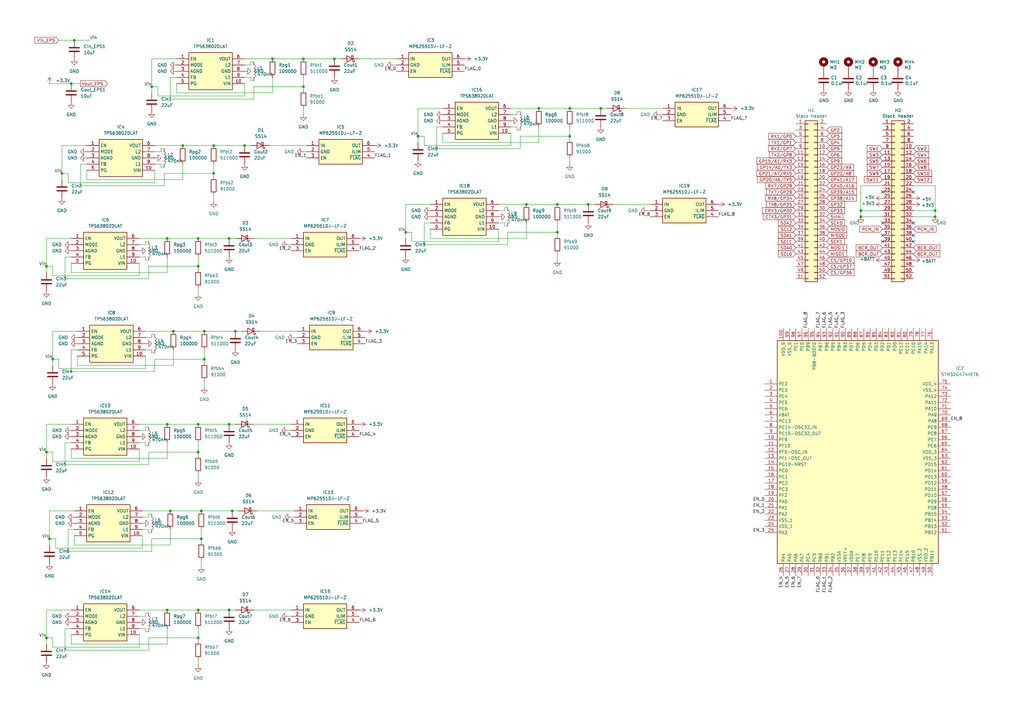
<source format=kicad_sch>
(kicad_sch (version 20250114) (generator "eeschema") (generator_version "9.0")
  (paper "A3")
  (lib_symbols
    (symbol "Connector_Generic:Conn_02x26_Odd_Even" (pin_names (offset 1.016) (hide yes))
      (property "Reference" "J" (at 1.27 33.02 0))
      (property "Value" "Conn_02x26_Odd_Even" (at 1.27 -35.56 0))
      (symbol "Conn_02x26_Odd_Even_1_1"
        (pin passive line (at -5.08 30.48 0) (length 3.81) (name "Pin_1") (number "1"))
        (pin passive line (at -5.08 27.94 0) (length 3.81) (name "Pin_3") (number "3"))
        (pin passive line (at -5.08 25.4 0) (length 3.81) (name "Pin_5") (number "5"))
        (pin passive line (at -5.08 22.86 0) (length 3.81) (name "Pin_7") (number "7"))
        (pin passive line (at -5.08 20.32 0) (length 3.81) (name "Pin_9") (number "9"))
        (pin passive line (at -5.08 17.78 0) (length 3.81) (name "Pin_11") (number "11"))
        (pin passive line (at -5.08 15.24 0) (length 3.81) (name "Pin_13") (number "13"))
        (pin passive line (at -5.08 12.7 0) (length 3.81) (name "Pin_15") (number "15"))
        (pin passive line (at -5.08 10.16 0) (length 3.81) (name "Pin_17") (number "17"))
        (pin passive line (at -5.08 7.62 0) (length 3.81) (name "Pin_19") (number "19"))
        (pin passive line (at -5.08 5.08 0) (length 3.81) (name "Pin_21") (number "21"))
        (pin passive line (at -5.08 2.54 0) (length 3.81) (name "Pin_23") (number "23"))
        (pin passive line (at -5.08 0 0) (length 3.81) (name "Pin_25") (number "25"))
        (pin passive line (at -5.08 -2.54 0) (length 3.81) (name "Pin_27") (number "27"))
        (pin passive line (at -5.08 -5.08 0) (length 3.81) (name "Pin_29") (number "29"))
        (pin passive line (at -5.08 -7.62 0) (length 3.81) (name "Pin_31") (number "31"))
        (pin passive line (at -5.08 -10.16 0) (length 3.81) (name "Pin_33") (number "33"))
        (pin passive line (at -5.08 -12.7 0) (length 3.81) (name "Pin_35") (number "35"))
        (pin passive line (at -5.08 -15.24 0) (length 3.81) (name "Pin_37") (number "37"))
        (pin passive line (at -5.08 -17.78 0) (length 3.81) (name "Pin_39") (number "39"))
        (pin passive line (at -5.08 -20.32 0) (length 3.81) (name "Pin_41") (number "41"))
        (pin passive line (at -5.08 -22.86 0) (length 3.81) (name "Pin_43") (number "43"))
        (pin passive line (at -5.08 -25.4 0) (length 3.81) (name "Pin_45") (number "45"))
        (pin passive line (at -5.08 -27.94 0) (length 3.81) (name "Pin_47") (number "47"))
        (pin passive line (at -5.08 -30.48 0) (length 3.81) (name "Pin_49") (number "49"))
        (pin passive line (at -5.08 -33.02 0) (length 3.81) (name "Pin_51") (number "51"))
        (pin passive line (at 7.62 30.48 180) (length 3.81) (name "Pin_2") (number "2"))
        (pin passive line (at 7.62 27.94 180) (length 3.81) (name "Pin_4") (number "4"))
        (pin passive line (at 7.62 25.4 180) (length 3.81) (name "Pin_6") (number "6"))
        (pin passive line (at 7.62 22.86 180) (length 3.81) (name "Pin_8") (number "8"))
        (pin passive line (at 7.62 20.32 180) (length 3.81) (name "Pin_10") (number "10"))
        (pin passive line (at 7.62 17.78 180) (length 3.81) (name "Pin_12") (number "12"))
        (pin passive line (at 7.62 15.24 180) (length 3.81) (name "Pin_14") (number "14"))
        (pin passive line (at 7.62 12.7 180) (length 3.81) (name "Pin_16") (number "16"))
        (pin passive line (at 7.62 10.16 180) (length 3.81) (name "Pin_18") (number "18"))
        (pin passive line (at 7.62 7.62 180) (length 3.81) (name "Pin_20") (number "20"))
        (pin passive line (at 7.62 5.08 180) (length 3.81) (name "Pin_22") (number "22"))
        (pin passive line (at 7.62 2.54 180) (length 3.81) (name "Pin_24") (number "24"))
        (pin passive line (at 7.62 0 180) (length 3.81) (name "Pin_26") (number "26"))
        (pin passive line (at 7.62 -2.54 180) (length 3.81) (name "Pin_28") (number "28"))
        (pin passive line (at 7.62 -5.08 180) (length 3.81) (name "Pin_30") (number "30"))
        (pin passive line (at 7.62 -7.62 180) (length 3.81) (name "Pin_32") (number "32"))
        (pin passive line (at 7.62 -10.16 180) (length 3.81) (name "Pin_34") (number "34"))
        (pin passive line (at 7.62 -12.7 180) (length 3.81) (name "Pin_36") (number "36"))
        (pin passive line (at 7.62 -15.24 180) (length 3.81) (name "Pin_38") (number "38"))
        (pin passive line (at 7.62 -17.78 180) (length 3.81) (name "Pin_40") (number "40"))
        (pin passive line (at 7.62 -20.32 180) (length 3.81) (name "Pin_42") (number "42"))
        (pin passive line (at 7.62 -22.86 180) (length 3.81) (name "Pin_44") (number "44"))
        (pin passive line (at 7.62 -25.4 180) (length 3.81) (name "Pin_46") (number "46"))
        (pin passive line (at 7.62 -27.94 180) (length 3.81) (name "Pin_48") (number "48"))
        (pin passive line (at 7.62 -30.48 180) (length 3.81) (name "Pin_50") (number "50"))
        (pin passive line (at 7.62 -33.02 180) (length 3.81) (name "Pin_52") (number "52"))
      )
    )
    (symbol "Device:C" (pin_numbers (hide yes)) (pin_names (offset 0.254))
      (property "Reference" "C" (at 0.635 2.54 0))
      (property "Value" "C" (at 0.635 -2.54 0))
      (symbol "C_1_1"
        (pin passive line (at 0 3.81 270) (length 2.794) (name "~") (number "1"))
        (pin passive line (at 0 -3.81 90) (length 2.794) (name "~") (number "2"))
      )
    )
    (symbol "Device:L" (pin_numbers (hide yes)) (pin_names (offset 1.016) (hide yes))
      (property "Reference" "L" (at -1.27 0 90))
      (property "Value" "L" (at 1.905 0 90))
      (symbol "L_1_1"
        (pin passive line (at 0 3.81 270) (length 1.27) (name "1") (number "1"))
        (pin passive line (at 0 -3.81 90) (length 1.27) (name "2") (number "2"))
      )
    )
    (symbol "Device:R" (pin_numbers (hide yes)) (pin_names (offset 0))
      (property "Reference" "R" (at 2.032 0 90))
      (property "Value" "R" (at 0 0 90))
      (symbol "R_1_1"
        (pin passive line (at 0 3.81 270) (length 1.27) (name "~") (number "1"))
        (pin passive line (at 0 -3.81 90) (length 1.27) (name "~") (number "2"))
      )
    )
    (symbol "Diode:SS14" (pin_numbers (hide yes)) (pin_names (offset 1.016) (hide yes))
      (property "Reference" "D" (at 0 2.54 0))
      (property "Value" "SS14" (at 0 -2.54 0))
      (symbol "SS14_1_1"
        (pin passive line (at -3.81 0 0) (length 2.54) (name "K") (number "1"))
        (pin passive line (at 3.81 0 180) (length 2.54) (name "A") (number "2"))
      )
    )
    (symbol "GND_1" (power) (pin_numbers (hide yes)) (pin_names (offset 0) (hide yes))
      (property "Value" "GND" (at 0 -3.81 0))
      (symbol "GND_1_1_1"
        (pin power_in line (at 0 0 270) (length 0) (name "~") (number "1"))
      )
    )
    (symbol "MP62551DJ-LF-Z:MP62551DJ-LF-Z"
      (property "Reference" "IC" (at 24.13 7.62 0))
      (property "Value" "MP62551DJ-LF-Z" (at 24.13 5.08 0))
      (symbol "MP62551DJ-LF-Z_1_1"
        (pin input line (at 0 0 0) (length 5.08) (name "IN") (number "1"))
        (pin power_in line (at 0 -2.54 0) (length 5.08) (name "GND") (number "2"))
        (pin input line (at 0 -5.08 0) (length 5.08) (name "EN") (number "3"))
        (pin output line (at 27.94 0 180) (length 5.08) (name "OUT") (number "6"))
        (pin output line (at 27.94 -2.54 180) (length 5.08) (name "ILIM") (number "5"))
        (pin output line (at 27.94 -5.08 180) (length 5.08) (name "~{FLAG}") (number "4"))
      )
    )
    (symbol "Mechanical:MountingHole_Pad" (pin_numbers (hide yes)) (pin_names (offset 1.016) (hide yes))
      (property "Reference" "H" (at 0 6.35 0))
      (property "Value" "MountingHole_Pad" (at 0 4.445 0))
      (symbol "MountingHole_Pad_1_1"
        (pin input line (at 0 -2.54 90) (length 2.54) (name "1") (number "1"))
      )
    )
    (symbol "STM32G474VET6:STM32G474VET6"
      (property "Reference" "IC" (at 72.39 22.86 0))
      (property "Value" "STM32G474VET6" (at 72.39 20.32 0))
      (symbol "STM32G474VET6_1_1"
        (pin passive line (at 0 0 0) (length 5.08) (name "PE2") (number "1"))
        (pin passive line (at 0 -2.54 0) (length 5.08) (name "PE3") (number "2"))
        (pin passive line (at 0 -5.08 0) (length 5.08) (name "PE4") (number "3"))
        (pin passive line (at 0 -7.62 0) (length 5.08) (name "PE5") (number "4"))
        (pin passive line (at 0 -10.16 0) (length 5.08) (name "PE6") (number "5"))
        (pin passive line (at 0 -12.7 0) (length 5.08) (name "VBAT") (number "6"))
        (pin passive line (at 0 -15.24 0) (length 5.08) (name "PC13") (number "7"))
        (pin passive line (at 0 -17.78 0) (length 5.08) (name "PC14-OSC32_IN") (number "8"))
        (pin passive line (at 0 -20.32 0) (length 5.08) (name "PC15-OSC32_OUT") (number "9"))
        (pin passive line (at 0 -22.86 0) (length 5.08) (name "PF9") (number "10"))
        (pin passive line (at 0 -25.4 0) (length 5.08) (name "PF10") (number "11"))
        (pin passive line (at 0 -27.94 0) (length 5.08) (name "PF0-OSC_IN") (number "12"))
        (pin passive line (at 0 -30.48 0) (length 5.08) (name "PF1-OSC_OUT") (number "13"))
        (pin passive line (at 0 -33.02 0) (length 5.08) (name "PG10-NRST") (number "14"))
        (pin passive line (at 0 -35.56 0) (length 5.08) (name "PC0") (number "15"))
        (pin passive line (at 0 -38.1 0) (length 5.08) (name "PC1") (number "16"))
        (pin passive line (at 0 -40.64 0) (length 5.08) (name "PC2") (number "17"))
        (pin passive line (at 0 -43.18 0) (length 5.08) (name "PC3") (number "18"))
        (pin passive line (at 0 -45.72 0) (length 5.08) (name "PF2") (number "19"))
        (pin passive line (at 0 -48.26 0) (length 5.08) (name "PA0") (number "20"))
        (pin passive line (at 0 -50.8 0) (length 5.08) (name "PA1") (number "21"))
        (pin passive line (at 0 -53.34 0) (length 5.08) (name "PA2") (number "22"))
        (pin passive line (at 0 -55.88 0) (length 5.08) (name "VSS_1") (number "23"))
        (pin passive line (at 0 -58.42 0) (length 5.08) (name "VDD_1") (number "24"))
        (pin passive line (at 0 -60.96 0) (length 5.08) (name "PA3") (number "25"))
        (pin passive line (at 7.62 22.86 270) (length 5.08) (name "VDD_5") (number "100"))
        (pin passive line (at 7.62 -78.74 90) (length 5.08) (name "PA4") (number "26"))
        (pin passive line (at 10.16 22.86 270) (length 5.08) (name "VSS_5") (number "99"))
        (pin passive line (at 10.16 -78.74 90) (length 5.08) (name "PA5") (number "27"))
        (pin passive line (at 12.7 22.86 270) (length 5.08) (name "PE1") (number "98"))
        (pin passive line (at 12.7 -78.74 90) (length 5.08) (name "PA6") (number "28"))
        (pin passive line (at 15.24 22.86 270) (length 5.08) (name "PE0") (number "97"))
        (pin passive line (at 15.24 -78.74 90) (length 5.08) (name "PA7") (number "29"))
        (pin passive line (at 17.78 22.86 270) (length 5.08) (name "PB9") (number "96"))
        (pin passive line (at 17.78 -78.74 90) (length 5.08) (name "PC4") (number "30"))
        (pin passive line (at 20.32 22.86 270) (length 5.08) (name "PB8-BOOT0") (number "95"))
        (pin passive line (at 20.32 -78.74 90) (length 5.08) (name "PC5") (number "31"))
        (pin passive line (at 22.86 22.86 270) (length 5.08) (name "PB7") (number "94"))
        (pin passive line (at 22.86 -78.74 90) (length 5.08) (name "PB0") (number "32"))
        (pin passive line (at 25.4 22.86 270) (length 5.08) (name "PB6") (number "93"))
        (pin passive line (at 25.4 -78.74 90) (length 5.08) (name "PB1") (number "33"))
        (pin passive line (at 27.94 22.86 270) (length 5.08) (name "PB5") (number "92"))
        (pin passive line (at 27.94 -78.74 90) (length 5.08) (name "PB2") (number "34"))
        (pin passive line (at 30.48 22.86 270) (length 5.08) (name "PB4") (number "91"))
        (pin passive line (at 30.48 -78.74 90) (length 5.08) (name "VSSA") (number "35"))
        (pin passive line (at 33.02 22.86 270) (length 5.08) (name "PB3") (number "90"))
        (pin passive line (at 33.02 -78.74 90) (length 5.08) (name "VREF+") (number "36"))
        (pin passive line (at 35.56 22.86 270) (length 5.08) (name "PD7") (number "89"))
        (pin passive line (at 35.56 -78.74 90) (length 5.08) (name "VDDA") (number "37"))
        (pin passive line (at 38.1 22.86 270) (length 5.08) (name "PD6") (number "88"))
        (pin passive line (at 38.1 -78.74 90) (length 5.08) (name "PE7") (number "38"))
        (pin passive line (at 40.64 22.86 270) (length 5.08) (name "PD5") (number "87"))
        (pin passive line (at 40.64 -78.74 90) (length 5.08) (name "PE8") (number "39"))
        (pin passive line (at 43.18 22.86 270) (length 5.08) (name "PD4") (number "86"))
        (pin passive line (at 43.18 -78.74 90) (length 5.08) (name "PE9") (number "40"))
        (pin passive line (at 45.72 22.86 270) (length 5.08) (name "PD3") (number "85"))
        (pin passive line (at 45.72 -78.74 90) (length 5.08) (name "PE10") (number "41"))
        (pin passive line (at 48.26 22.86 270) (length 5.08) (name "PD2") (number "84"))
        (pin passive line (at 48.26 -78.74 90) (length 5.08) (name "PE11") (number "42"))
        (pin passive line (at 50.8 22.86 270) (length 5.08) (name "PD1") (number "83"))
        (pin passive line (at 50.8 -78.74 90) (length 5.08) (name "PE12") (number "43"))
        (pin passive line (at 53.34 22.86 270) (length 5.08) (name "PD0") (number "82"))
        (pin passive line (at 53.34 -78.74 90) (length 5.08) (name "PE13") (number "44"))
        (pin passive line (at 55.88 22.86 270) (length 5.08) (name "PC12") (number "81"))
        (pin passive line (at 55.88 -78.74 90) (length 5.08) (name "PE14") (number "45"))
        (pin passive line (at 58.42 22.86 270) (length 5.08) (name "PC11") (number "80"))
        (pin passive line (at 58.42 -78.74 90) (length 5.08) (name "PE15") (number "46"))
        (pin passive line (at 60.96 22.86 270) (length 5.08) (name "PC10") (number "79"))
        (pin passive line (at 60.96 -78.74 90) (length 5.08) (name "PB10") (number "47"))
        (pin passive line (at 63.5 22.86 270) (length 5.08) (name "PA15") (number "78"))
        (pin passive line (at 63.5 -78.74 90) (length 5.08) (name "VSS_2") (number "48"))
        (pin passive line (at 66.04 22.86 270) (length 5.08) (name "PA14") (number "77"))
        (pin passive line (at 66.04 -78.74 90) (length 5.08) (name "VDD_2") (number "49"))
        (pin passive line (at 68.58 22.86 270) (length 5.08) (name "PA13") (number "76"))
        (pin passive line (at 68.58 -78.74 90) (length 5.08) (name "PB11") (number "50"))
        (pin passive line (at 76.2 0 180) (length 5.08) (name "VDD_4") (number "75"))
        (pin passive line (at 76.2 -2.54 180) (length 5.08) (name "VSS_4") (number "74"))
        (pin passive line (at 76.2 -5.08 180) (length 5.08) (name "PA12") (number "73"))
        (pin passive line (at 76.2 -7.62 180) (length 5.08) (name "PA11") (number "72"))
        (pin passive line (at 76.2 -10.16 180) (length 5.08) (name "PA10") (number "71"))
        (pin passive line (at 76.2 -12.7 180) (length 5.08) (name "PA9") (number "70"))
        (pin passive line (at 76.2 -15.24 180) (length 5.08) (name "PA8") (number "69"))
        (pin passive line (at 76.2 -17.78 180) (length 5.08) (name "PC9") (number "68"))
        (pin passive line (at 76.2 -20.32 180) (length 5.08) (name "PC8") (number "67"))
        (pin passive line (at 76.2 -22.86 180) (length 5.08) (name "PC7") (number "66"))
        (pin passive line (at 76.2 -25.4 180) (length 5.08) (name "PC6") (number "65"))
        (pin passive line (at 76.2 -27.94 180) (length 5.08) (name "VDD_3") (number "64"))
        (pin passive line (at 76.2 -30.48 180) (length 5.08) (name "VSS_3") (number "63"))
        (pin passive line (at 76.2 -33.02 180) (length 5.08) (name "PD15") (number "62"))
        (pin passive line (at 76.2 -35.56 180) (length 5.08) (name "PD14") (number "61"))
        (pin passive line (at 76.2 -38.1 180) (length 5.08) (name "PD13") (number "60"))
        (pin passive line (at 76.2 -40.64 180) (length 5.08) (name "PD12") (number "59"))
        (pin passive line (at 76.2 -43.18 180) (length 5.08) (name "PD11") (number "58"))
        (pin passive line (at 76.2 -45.72 180) (length 5.08) (name "PD10") (number "57"))
        (pin passive line (at 76.2 -48.26 180) (length 5.08) (name "PD9") (number "56"))
        (pin passive line (at 76.2 -50.8 180) (length 5.08) (name "PD8") (number "55"))
        (pin passive line (at 76.2 -53.34 180) (length 5.08) (name "PB15") (number "54"))
        (pin passive line (at 76.2 -55.88 180) (length 5.08) (name "PB14") (number "53"))
        (pin passive line (at 76.2 -58.42 180) (length 5.08) (name "PB13") (number "52"))
        (pin passive line (at 76.2 -60.96 180) (length 5.08) (name "PB12") (number "51"))
      )
    )
    (symbol "TPS63802DLAT:TPS63802DLAT"
      (property "Reference" "IC" (at 24.13 7.62 0))
      (property "Value" "TPS63802DLAT" (at 24.13 5.08 0))
      (symbol "TPS63802DLAT_1_1"
        (pin passive line (at 0 0 0) (length 5.08) (name "EN") (number "1"))
        (pin passive line (at 0 -2.54 0) (length 5.08) (name "MODE") (number "2"))
        (pin passive line (at 0 -5.08 0) (length 5.08) (name "AGND") (number "3"))
        (pin passive line (at 0 -7.62 0) (length 5.08) (name "FB") (number "4"))
        (pin passive line (at 0 -10.16 0) (length 5.08) (name "PG") (number "5"))
        (pin passive line (at 27.94 0 180) (length 5.08) (name "VOUT") (number "6"))
        (pin passive line (at 27.94 -2.54 180) (length 5.08) (name "L2") (number "7"))
        (pin passive line (at 27.94 -5.08 180) (length 5.08) (name "GND") (number "8"))
        (pin passive line (at 27.94 -7.62 180) (length 5.08) (name "L1") (number "9"))
        (pin passive line (at 27.94 -10.16 180) (length 5.08) (name "VIN") (number "10"))
      )
    )
    (symbol "power:+3.3V" (power) (pin_numbers (hide yes)) (pin_names (offset 0) (hide yes))
      (property "Value" "+3.3V" (at 0 3.556 0))
      (symbol "+3.3V_1_1"
        (pin power_in line (at 0 0 90) (length 0) (name "~") (number "1"))
      )
    )
    (symbol "power:+3V3" (power) (pin_names (offset 0))
      (property "Value" "+3V3" (at 0 3.556 0))
      (symbol "+3V3_1_1"
        (pin power_in line (at 0 0 90) (length 0) (hide yes) (name "+3V3") (number "1"))
      )
    )
    (symbol "power:+5V" (power) (pin_names (offset 0))
      (property "Value" "+5V" (at 0 3.556 0))
      (symbol "+5V_1_1"
        (pin power_in line (at 0 0 90) (length 0) (hide yes) (name "+5V") (number "1"))
      )
    )
    (symbol "power:+BATT" (power) (pin_names (offset 0))
      (property "Value" "+BATT" (at 0 3.556 0))
      (symbol "+BATT_1_1"
        (pin power_in line (at 0 0 90) (length 0) (hide yes) (name "+BATT") (number "1"))
      )
    )
    (symbol "power:GND" (power) (pin_names (offset 0))
      (property "Value" "GND" (at 0 -3.81 0))
      (symbol "GND_1_1"
        (pin power_in line (at 0 0 270) (length 0) (hide yes) (name "GND") (number "1"))
      )
    )
  )
  (junction (at 20.32 220.98))
  (junction (at 81.28 185.42))
  (junction (at 241.3 83.82))
  (junction (at 233.68 44.45))
  (junction (at 246.38 44.45))
  (junction (at 69.85 209.55))
  (junction (at 68.58 250.19))
  (junction (at 81.28 97.79))
  (junction (at 383.54 88.9))
  (junction (at 83.82 147.32))
  (junction (at 93.98 97.79))
  (junction (at 93.98 173.99))
  (junction (at 96.52 135.89))
  (junction (at 81.28 250.19))
  (junction (at 25.4 71.12))
  (junction (at 166.37 95.25))
  (junction (at 71.12 135.89))
  (junction (at 19.05 109.22))
  (junction (at 21.59 147.32))
  (junction (at 124.46 35.56))
  (junction (at 74.93 59.69))
  (junction (at 62.23 35.56))
  (junction (at 353.06 86.36))
  (junction (at 81.28 173.99))
  (junction (at 19.05 261.62))
  (junction (at 87.63 71.12))
  (junction (at 215.9 83.82))
  (junction (at 100.33 59.69))
  (junction (at 93.98 250.19))
  (junction (at 82.55 209.55))
  (junction (at 233.68 55.88))
  (junction (at 137.16 24.13))
  (junction (at 220.98 44.45))
  (junction (at 124.46 24.13))
  (junction (at 82.55 220.98))
  (junction (at 68.58 173.99))
  (junction (at 29.21 34.29))
  (junction (at 383.54 86.36))
  (junction (at 353.06 88.9))
  (junction (at 87.63 59.69))
  (junction (at 95.25 209.55))
  (junction (at 83.82 135.89))
  (junction (at 19.05 185.42))
  (junction (at 81.28 109.22))
  (junction (at 111.76 24.13))
  (junction (at 228.6 95.25))
  (junction (at 30.48 16.51))
  (junction (at 81.28 261.62))
  (junction (at 171.45 55.88))
  (junction (at 228.6 83.82))
  (junction (at 68.58 97.79))
  (no_connect (at 361.95 96.52))
  (no_connect (at 361.95 91.44))
  (no_connect (at 374.65 91.44))
  (no_connect (at 361.95 78.74))
  (no_connect (at 361.95 99.06))
  (no_connect (at 374.65 96.52))
  (no_connect (at 374.65 99.06))
  (no_connect (at 374.65 78.74))
  (wire (pts (xy 111.76 24.13) (xy 124.46 24.13)))
  (wire (pts (xy 69.85 40.64) (xy 69.85 31.75)))
  (wire (pts (xy 208.28 100.33) (xy 173.99 100.33)))
  (wire (pts (xy 21.59 113.03) (xy 21.59 109.22)))
  (wire (pts (xy 59.69 251.46) (xy 60.96 251.46)))
  (wire (pts (xy 64.77 39.37) (xy 64.77 35.56)))
  (wire (pts (xy 62.23 24.13) (xy 72.39 24.13)))
  (wire (pts (xy 60.96 210.82) (xy 62.23 210.82)))
  (wire (pts (xy 207.01 86.36) (xy 207.01 85.09)))
  (wire (pts (xy 82.55 217.17) (xy 82.55 220.98)))
  (wire (pts (xy 63.5 67.31) (xy 66.04 67.31)))
  (wire (pts (xy 58.42 209.55) (xy 69.85 209.55)))
  (wire (pts (xy 19.05 187.96) (xy 19.05 185.42)))
  (wire (pts (xy 30.48 219.71) (xy 30.48 223.52)))
  (wire (pts (xy 173.99 91.44) (xy 176.53 91.44)))
  (wire (pts (xy 63.5 74.93) (xy 27.94 74.93)))
  (wire (pts (xy 68.58 264.16) (xy 68.58 257.81)))
  (wire (pts (xy 58.42 212.09) (xy 60.96 212.09)))
  (wire (pts (xy 83.82 147.32) (xy 83.82 148.59)))
  (wire (pts (xy 207.01 92.71) (xy 207.01 91.44)))
  (wire (pts (xy 63.5 62.23) (xy 66.04 62.23)))
  (wire (pts (xy 59.69 135.89) (xy 71.12 135.89)))
  (wire (pts (xy 204.47 91.44) (xy 207.01 91.44)))
  (wire (pts (xy 19.05 173.99) (xy 29.21 173.99)))
  (wire (pts (xy 62.23 35.56) (xy 62.23 24.13)))
  (wire (pts (xy 60.96 261.62) (xy 60.96 266.7)))
  (wire (pts (xy 100.33 31.75) (xy 102.87 31.75)))
  (wire (pts (xy 25.4 71.12) (xy 25.4 59.69)))
  (wire (pts (xy 59.69 182.88) (xy 60.96 182.88)))
  (wire (pts (xy 59.69 143.51) (xy 62.23 143.51)))
  (wire (pts (xy 58.42 219.71) (xy 58.42 224.79)))
  (wire (pts (xy 29.21 107.95) (xy 29.21 111.76)))
  (wire (pts (xy 173.99 55.88) (xy 171.45 55.88)))
  (wire (pts (xy 82.55 220.98) (xy 62.23 220.98)))
  (wire (pts (xy 105.41 209.55) (xy 120.65 209.55)))
  (wire (pts (xy 207.01 85.09) (xy 208.28 85.09)))
  (wire (pts (xy 59.69 138.43) (xy 62.23 138.43)))
  (wire (pts (xy 124.46 31.75) (xy 124.46 35.56)))
  (wire (pts (xy 209.55 46.99) (xy 212.09 46.99)))
  (wire (pts (xy 81.28 109.22) (xy 81.28 110.49)))
  (wire (pts (xy 74.93 59.69) (xy 87.63 59.69)))
  (wire (pts (xy 256.54 44.45) (xy 271.78 44.45)))
  (wire (pts (xy 124.46 35.56) (xy 124.46 36.83)))
  (wire (pts (xy 68.58 97.79) (xy 81.28 97.79)))
  (wire (pts (xy 57.15 107.95) (xy 57.15 113.03)))
  (wire (pts (xy 29.21 143.51) (xy 31.75 143.51)))
  (wire (pts (xy 118.11 252.73) (xy 119.38 252.73)))
  (wire (pts (xy 81.28 120.65) (xy 81.28 118.11)))
  (wire (pts (xy 233.68 55.88) (xy 233.68 57.15)))
  (wire (pts (xy 27.94 71.12) (xy 25.4 71.12)))
  (wire (pts (xy 124.46 35.56) (xy 104.14 35.56)))
  (wire (pts (xy 57.15 265.43) (xy 21.59 265.43)))
  (wire (pts (xy 96.52 250.19) (xy 93.98 250.19)))
  (wire (pts (xy 59.69 182.88) (xy 59.69 181.61)))
  (wire (pts (xy 228.6 95.25) (xy 208.28 95.25)))
  (wire (pts (xy 81.28 109.22) (xy 60.96 109.22)))
  (wire (pts (xy 81.28 185.42) (xy 60.96 185.42)))
  (wire (pts (xy 171.45 44.45) (xy 181.61 44.45)))
  (wire (pts (xy 353.06 76.2) (xy 353.06 86.36)))
  (wire (pts (xy 60.96 212.09) (xy 60.96 210.82)))
  (wire (pts (xy 68.58 187.96) (xy 68.58 181.61)))
  (wire (pts (xy 26.67 257.81) (xy 29.21 257.81)))
  (wire (pts (xy 251.46 83.82) (xy 266.7 83.82)))
  (wire (pts (xy 104.14 97.79) (xy 119.38 97.79)))
  (wire (pts (xy 25.4 59.69) (xy 35.56 59.69)))
  (wire (pts (xy 82.55 220.98) (xy 82.55 222.25)))
  (wire (pts (xy 69.85 31.75) (xy 72.39 31.75)))
  (wire (pts (xy 63.5 152.4) (xy 29.21 152.4)))
  (wire (pts (xy 208.28 95.25) (xy 208.28 100.33)))
  (wire (pts (xy 104.14 40.64) (xy 69.85 40.64)))
  (wire (pts (xy 353.06 88.9) (xy 361.95 88.9)))
  (wire (pts (xy 100.33 26.67) (xy 102.87 26.67)))
  (wire (pts (xy 29.21 260.35) (xy 29.21 264.16)))
  (wire (pts (xy 209.55 54.61) (xy 209.55 59.69)))
  (wire (pts (xy 60.96 185.42) (xy 60.96 190.5)))
  (wire (pts (xy 220.98 44.45) (xy 233.68 44.45)))
  (wire (pts (xy 213.36 60.96) (xy 179.07 60.96)))
  (wire (pts (xy 353.06 86.36) (xy 361.95 86.36)))
  (wire (pts (xy 59.69 252.73) (xy 59.69 251.46)))
  (wire (pts (xy 270.51 46.99) (xy 271.78 46.99)))
  (wire (pts (xy 176.53 93.98) (xy 176.53 97.79)))
  (wire (pts (xy 21.59 265.43) (xy 21.59 261.62)))
  (wire (pts (xy 29.21 34.29) (xy 33.02 34.29)))
  (wire (pts (xy 59.69 146.05) (xy 59.69 151.13)))
  (wire (pts (xy 265.43 86.36) (xy 266.7 86.36)))
  (wire (pts (xy 204.47 93.98) (xy 204.47 99.06)))
  (wire (pts (xy 81.28 196.85) (xy 81.28 194.31)))
  (wire (pts (xy 63.5 147.32) (xy 63.5 152.4)))
  (wire (pts (xy 212.09 53.34) (xy 212.09 52.07)))
  (wire (pts (xy 233.68 55.88) (xy 213.36 55.88)))
  (wire (pts (xy 62.23 137.16) (xy 63.5 137.16)))
  (wire (pts (xy 19.05 261.62) (xy 19.05 250.19)))
  (wire (pts (xy 60.96 114.3) (xy 26.67 114.3)))
  (wire (pts (xy 179.07 52.07) (xy 181.61 52.07)))
  (wire (pts (xy 171.45 58.42) (xy 171.45 55.88)))
  (wire (pts (xy 62.23 144.78) (xy 62.23 143.51)))
  (wire (pts (xy 22.86 224.79) (xy 22.86 220.98)))
  (wire (pts (xy 213.36 55.88) (xy 213.36 60.96)))
  (wire (pts (xy 21.59 149.86) (xy 21.59 147.32)))
  (wire (pts (xy 204.47 83.82) (xy 215.9 83.82)))
  (wire (pts (xy 209.55 59.69) (xy 173.99 59.69)))
  (wire (pts (xy 57.15 189.23) (xy 21.59 189.23)))
  (wire (pts (xy 104.14 173.99) (xy 119.38 173.99)))
  (wire (pts (xy 57.15 250.19) (xy 68.58 250.19)))
  (wire (pts (xy 57.15 100.33) (xy 59.69 100.33)))
  (wire (pts (xy 228.6 91.44) (xy 228.6 95.25)))
  (wire (pts (xy 62.23 220.98) (xy 62.23 226.06)))
  (wire (pts (xy 57.15 173.99) (xy 68.58 173.99)))
  (wire (pts (xy 57.15 105.41) (xy 59.69 105.41)))
  (wire (pts (xy 27.94 226.06) (xy 27.94 217.17)))
  (wire (pts (xy 212.09 45.72) (xy 213.36 45.72)))
  (wire (pts (xy 62.23 226.06) (xy 27.94 226.06)))
  (wire (pts (xy 166.37 95.25) (xy 166.37 83.82)))
  (wire (pts (xy 60.96 218.44) (xy 60.96 217.17)))
  (wire (pts (xy 58.42 217.17) (xy 60.96 217.17)))
  (wire (pts (xy 124.46 62.23) (xy 125.73 62.23)))
  (wire (pts (xy 59.69 99.06) (xy 60.96 99.06)))
  (wire (pts (xy 102.87 25.4) (xy 104.14 25.4)))
  (wire (pts (xy 59.69 176.53) (xy 59.69 175.26)))
  (wire (pts (xy 81.28 181.61) (xy 81.28 185.42)))
  (wire (pts (xy 29.21 264.16) (xy 68.58 264.16)))
  (wire (pts (xy 66.04 68.58) (xy 66.04 67.31)))
  (wire (pts (xy 19.05 264.16) (xy 19.05 261.62)))
  (wire (pts (xy 57.15 176.53) (xy 59.69 176.53)))
  (wire (pts (xy 374.65 88.9) (xy 383.54 88.9)))
  (wire (pts (xy 29.21 111.76) (xy 68.58 111.76)))
  (wire (pts (xy 24.13 16.51) (xy 30.48 16.51)))
  (wire (pts (xy 81.28 261.62) (xy 60.96 261.62)))
  (wire (pts (xy 383.54 76.2) (xy 383.54 86.36)))
  (wire (pts (xy 57.15 113.03) (xy 21.59 113.03)))
  (wire (pts (xy 124.46 24.13) (xy 137.16 24.13)))
  (wire (pts (xy 25.4 73.66) (xy 25.4 71.12)))
  (wire (pts (xy 228.6 106.68) (xy 228.6 104.14)))
  (wire (pts (xy 57.15 252.73) (xy 59.69 252.73)))
  (wire (pts (xy 97.79 209.55) (xy 95.25 209.55)))
  (wire (pts (xy 59.69 151.13) (xy 24.13 151.13)))
  (wire (pts (xy 21.59 135.89) (xy 31.75 135.89)))
  (wire (pts (xy 20.32 209.55) (xy 30.48 209.55)))
  (wire (pts (xy 173.99 59.69) (xy 173.99 55.88)))
  (wire (pts (xy 233.68 52.07) (xy 233.68 55.88)))
  (wire (pts (xy 81.28 105.41) (xy 81.28 109.22)))
  (wire (pts (xy 87.63 59.69) (xy 100.33 59.69)))
  (wire (pts (xy 173.99 100.33) (xy 173.99 91.44)))
  (wire (pts (xy 30.48 223.52) (xy 69.85 223.52)))
  (wire (pts (xy 383.54 76.2) (xy 374.65 76.2)))
  (wire (pts (xy 147.32 24.13) (xy 162.56 24.13)))
  (wire (pts (xy 161.29 26.67) (xy 162.56 26.67)))
  (wire (pts (xy 120.65 138.43) (xy 121.92 138.43)))
  (wire (pts (xy 83.82 143.51) (xy 83.82 147.32)))
  (wire (pts (xy 383.54 86.36) (xy 383.54 88.9)))
  (wire (pts (xy 66.04 62.23) (xy 66.04 60.96)))
  (wire (pts (xy 204.47 99.06) (xy 168.91 99.06)))
  (wire (pts (xy 19.05 109.22) (xy 19.05 97.79)))
  (wire (pts (xy 207.01 92.71) (xy 208.28 92.71)))
  (wire (pts (xy 57.15 181.61) (xy 59.69 181.61)))
  (wire (pts (xy 87.63 71.12) (xy 67.31 71.12)))
  (wire (pts (xy 233.68 44.45) (xy 246.38 44.45)))
  (wire (pts (xy 118.11 176.53) (xy 119.38 176.53)))
  (wire (pts (xy 139.7 24.13) (xy 137.16 24.13)))
  (wire (pts (xy 82.55 209.55) (xy 95.25 209.55)))
  (wire (pts (xy 212.09 46.99) (xy 212.09 45.72)))
  (wire (pts (xy 59.69 259.08) (xy 60.96 259.08)))
  (wire (pts (xy 29.21 187.96) (xy 68.58 187.96)))
  (wire (pts (xy 35.56 69.85) (xy 35.56 73.66)))
  (wire (pts (xy 215.9 83.82) (xy 228.6 83.82)))
  (wire (pts (xy 60.96 266.7) (xy 26.67 266.7)))
  (wire (pts (xy 57.15 260.35) (xy 57.15 265.43)))
  (wire (pts (xy 59.69 100.33) (xy 59.69 99.06)))
  (wire (pts (xy 100.33 39.37) (xy 64.77 39.37)))
  (wire (pts (xy 81.28 250.19) (xy 93.98 250.19)))
  (wire (pts (xy 62.23 138.43) (xy 62.23 137.16)))
  (wire (pts (xy 69.85 209.55) (xy 82.55 209.55)))
  (wire (pts (xy 19.05 97.79) (xy 29.21 97.79)))
  (wire (pts (xy 33.02 76.2) (xy 33.02 67.31)))
  (wire (pts (xy 102.87 33.02) (xy 102.87 31.75)))
  (wire (pts (xy 21.59 147.32) (xy 21.59 135.89)))
  (wire (pts (xy 74.93 73.66) (xy 74.93 67.31)))
  (wire (pts (xy 64.77 35.56) (xy 62.23 35.56)))
  (wire (pts (xy 66.04 60.96) (xy 67.31 60.96)))
  (wire (pts (xy 87.63 82.55) (xy 87.63 80.01)))
  (wire (pts (xy 63.5 59.69) (xy 74.93 59.69)))
  (wire (pts (xy 21.59 185.42) (xy 19.05 185.42)))
  (wire (pts (xy 26.67 105.41) (xy 29.21 105.41)))
  (wire (pts (xy 181.61 54.61) (xy 181.61 58.42)))
  (wire (pts (xy 99.06 135.89) (xy 96.52 135.89)))
  (wire (pts (xy 19.05 185.42) (xy 19.05 173.99)))
  (wire (pts (xy 59.69 106.68) (xy 59.69 105.41)))
  (wire (pts (xy 168.91 99.06) (xy 168.91 95.25)))
  (wire (pts (xy 57.15 257.81) (xy 59.69 257.81)))
  (wire (pts (xy 26.67 266.7) (xy 26.67 257.81)))
  (wire (pts (xy 81.28 97.79) (xy 93.98 97.79)))
  (wire (pts (xy 68.58 173.99) (xy 81.28 173.99)))
  (wire (pts (xy 24.13 151.13) (xy 24.13 147.32)))
  (wire (pts (xy 57.15 184.15) (xy 57.15 189.23)))
  (wire (pts (xy 81.28 173.99) (xy 93.98 173.99)))
  (wire (pts (xy 374.65 86.36) (xy 383.54 86.36)))
  (wire (pts (xy 212.09 53.34) (xy 213.36 53.34)))
  (wire (pts (xy 248.92 44.45) (xy 246.38 44.45)))
  (wire (pts (xy 35.56 73.66) (xy 74.93 73.66)))
  (wire (pts (xy 60.96 190.5) (xy 26.67 190.5)))
  (wire (pts (xy 83.82 147.32) (xy 63.5 147.32)))
  (wire (pts (xy 22.86 220.98) (xy 20.32 220.98)))
  (wire (pts (xy 21.59 109.22) (xy 19.05 109.22)))
  (wire (pts (xy 353.06 86.36) (xy 353.06 88.9)))
  (wire (pts (xy 176.53 97.79) (xy 215.9 97.79)))
  (wire (pts (xy 83.82 135.89) (xy 96.52 135.89)))
  (wire (pts (xy 171.45 55.88) (xy 171.45 44.45)))
  (wire (pts (xy 30.48 16.51) (xy 36.83 16.51)))
  (wire (pts (xy 100.33 34.29) (xy 100.33 39.37)))
  (wire (pts (xy 29.21 184.15) (xy 29.21 187.96)))
  (wire (pts (xy 104.14 250.19) (xy 119.38 250.19)))
  (wire (pts (xy 69.85 223.52) (xy 69.85 217.17)))
  (wire (pts (xy 243.84 83.82) (xy 241.3 83.82)))
  (wire (pts (xy 60.96 218.44) (xy 62.23 218.44)))
  (wire (pts (xy 62.23 38.1) (xy 62.23 35.56)))
  (wire (pts (xy 60.96 109.22) (xy 60.96 114.3)))
  (wire (pts (xy 102.87 59.69) (xy 100.33 59.69)))
  (wire (pts (xy 67.31 71.12) (xy 67.31 76.2)))
  (wire (pts (xy 361.95 76.2) (xy 353.06 76.2)))
  (wire (pts (xy 66.04 68.58) (xy 67.31 68.58)))
  (wire (pts (xy 119.38 212.09) (xy 120.65 212.09)))
  (wire (pts (xy 100.33 24.13) (xy 111.76 24.13)))
  (wire (pts (xy 63.5 69.85) (xy 63.5 74.93)))
  (wire (pts (xy 233.68 67.31) (xy 233.68 64.77)))
  (wire (pts (xy 83.82 158.75) (xy 83.82 156.21)))
  (wire (pts (xy 20.32 34.29) (xy 29.21 34.29)))
  (wire (pts (xy 209.55 44.45) (xy 220.98 44.45)))
  (wire (pts (xy 20.32 223.52) (xy 20.32 220.98)))
  (wire (pts (xy 21.59 189.23) (xy 21.59 185.42)))
  (wire (pts (xy 87.63 67.31) (xy 87.63 71.12)))
  (wire (pts (xy 20.32 220.98) (xy 20.32 209.55)))
  (wire (pts (xy 59.69 175.26) (xy 60.96 175.26)))
  (wire (pts (xy 102.87 26.67) (xy 102.87 25.4)))
  (wire (pts (xy 68.58 250.19) (xy 81.28 250.19)))
  (wire (pts (xy 96.52 173.99) (xy 93.98 173.99)))
  (wire (pts (xy 29.21 152.4) (xy 29.21 143.51)))
  (wire (pts (xy 81.28 273.05) (xy 81.28 270.51)))
  (wire (pts (xy 124.46 46.99) (xy 124.46 44.45)))
  (wire (pts (xy 71.12 135.89) (xy 83.82 135.89)))
  (wire (pts (xy 228.6 95.25) (xy 228.6 96.52)))
  (wire (pts (xy 220.98 58.42) (xy 220.98 52.07)))
  (wire (pts (xy 104.14 35.56) (xy 104.14 40.64)))
  (wire (pts (xy 215.9 97.79) (xy 215.9 91.44)))
  (wire (pts (xy 81.28 257.81) (xy 81.28 261.62)))
  (wire (pts (xy 111.76 38.1) (xy 111.76 31.75)))
  (wire (pts (xy 81.28 261.62) (xy 81.28 262.89)))
  (wire (pts (xy 26.67 181.61) (xy 29.21 181.61)))
  (wire (pts (xy 72.39 38.1) (xy 111.76 38.1)))
  (wire (pts (xy 166.37 83.82) (xy 176.53 83.82)))
  (wire (pts (xy 102.87 33.02) (xy 104.14 33.02)))
  (wire (pts (xy 24.13 147.32) (xy 21.59 147.32)))
  (wire (pts (xy 33.02 67.31) (xy 35.56 67.31)))
  (wire (pts (xy 26.67 190.5) (xy 26.67 181.61)))
  (wire (pts (xy 59.69 106.68) (xy 60.96 106.68)))
  (wire (pts (xy 31.75 146.05) (xy 31.75 149.86)))
  (wire (pts (xy 26.67 114.3) (xy 26.67 105.41)))
  (wire (pts (xy 82.55 232.41) (xy 82.55 229.87)))
  (wire (pts (xy 57.15 97.79) (xy 68.58 97.79)))
  (wire (pts (xy 58.42 224.79) (xy 22.86 224.79)))
  (wire (pts (xy 27.94 217.17) (xy 30.48 217.17)))
  (wire (pts (xy 110.49 59.69) (xy 125.73 59.69)))
  (wire (pts (xy 168.91 95.25) (xy 166.37 95.25)))
  (wire (pts (xy 27.94 74.93) (xy 27.94 71.12)))
  (wire (pts (xy 71.12 149.86) (xy 71.12 143.51)))
  (wire (pts (xy 59.69 259.08) (xy 59.69 257.81)))
  (wire (pts (xy 81.28 185.42) (xy 81.28 186.69)))
  (wire (pts (xy 106.68 135.89) (xy 121.92 135.89)))
  (wire (pts (xy 72.39 34.29) (xy 72.39 38.1)))
  (wire (pts (xy 118.11 100.33) (xy 119.38 100.33)))
  (wire (pts (xy 209.55 52.07) (xy 212.09 52.07)))
  (wire (pts (xy 204.47 86.36) (xy 207.01 86.36)))
  (wire (pts (xy 67.31 76.2) (xy 33.02 76.2)))
  (wire (pts (xy 181.61 58.42) (xy 220.98 58.42)))
  (wire (pts (xy 228.6 83.82) (xy 241.3 83.82)))
  (wire (pts (xy 62.23 144.78) (xy 63.5 144.78)))
  (wire (pts (xy 166.37 97.79) (xy 166.37 95.25)))
  (wire (pts (xy 19.05 250.19) (xy 29.21 250.19)))
  (wire (pts (xy 96.52 97.79) (xy 93.98 97.79)))
  (wire (pts (xy 87.63 71.12) (xy 87.63 72.39)))
  (wire (pts (xy 179.07 60.96) (xy 179.07 52.07)))
  (wire (pts (xy 21.59 261.62) (xy 19.05 261.62)))
  (wire (pts (xy 31.75 149.86) (xy 71.12 149.86)))
  (wire (pts (xy 68.58 111.76) (xy 68.58 105.41)))
  (wire (pts (xy 19.05 111.76) (xy 19.05 109.22)))
  (label "FLAG_5" (at 341.63 134.62 90))
  (label "Vin" (at 21.59 147.32 180))
  (label "Vin" (at 19.05 109.22 180))
  (label "EN_1" (at 313.69 208.28 180))
  (label "FLAG_2" (at 147.32 102.87 0))
  (label "FLAG_3" (at 346.71 134.62 90))
  (label "EN_7" (at 328.93 236.22 270))
  (label "FLAG_0" (at 336.55 236.22 270))
  (label "FLAG_0" (at 190.5 29.21 0))
  (label "Vin" (at 171.45 55.88 180))
  (label "EN_0" (at 162.56 29.21 180))
  (label "FLAG_2" (at 341.63 236.22 270))
  (label "EN_6" (at 326.39 236.22 270))
  (label "Vin" (at 25.4 71.12 180))
  (label "EN_4" (at 321.31 236.22 270))
  (label "EN_8" (at 266.7 88.9 180))
  (label "Vin" (at 19.05 185.42 180))
  (label "EN_8" (at 389.89 172.72 0))
  (label "FLAG_6" (at 339.09 134.62 90))
  (label "EN_2" (at 313.69 210.82 180))
  (label "EN_3" (at 121.92 140.97 180))
  (label "EN_5" (at 120.65 214.63 180))
  (label "EN_3" (at 313.69 218.44 180))
  (label "FLAG_7" (at 299.72 49.53 0))
  (label "FLAG_8" (at 294.64 88.9 0))
  (label "FLAG_6" (at 147.32 255.27 0))
  (label "FLAG_1" (at 153.67 64.77 0))
  (label "FLAG_7" (at 336.55 134.62 90))
  (label "Vin" (at 19.05 261.62 180))
  (label "FLAG_4" (at 344.17 134.62 90))
  (label "Vin" (at 20.32 220.98 180))
  (label "EN_5" (at 323.85 236.22 270))
  (label "EN_0" (at 313.69 205.74 180))
  (label "EN_2" (at 119.38 102.87 180))
  (label "Vin" (at 62.23 35.56 180))
  (label "EN_7" (at 271.78 49.53 180))
  (label "Vin" (at 36.83 16.51 0))
  (label "FLAG_4" (at 147.32 179.07 0))
  (label "EN_1" (at 125.73 64.77 180))
  (label "Vin" (at 166.37 95.25 180))
  (label "FLAG_3" (at 149.86 140.97 0))
  (label "FLAG_5" (at 148.59 214.63 0))
  (label "EN_6" (at 119.38 255.27 180))
  (label "EN_4" (at 119.38 179.07 180))
  (label "FLAG_1" (at 339.09 236.22 270))
  (label "FLAG_8" (at 331.47 134.62 90))
  (global_label "GP4" (shape input) (at 339.09 58.42 0) (property "Intersheetrefs" "${INTERSHEET_REFS}" (effects (hide yes))))
  (global_label "TX8{slash}GP35" (shape input) (at 326.39 83.82 180) (property "Intersheetrefs" "${INTERSHEET_REFS}" (effects (hide yes))))
  (global_label "CRX3{slash}GP30" (shape input) (at 326.39 86.36 180) (property "Intersheetrefs" "${INTERSHEET_REFS}" (effects (hide yes))))
  (global_label "SW3" (shape input) (at 361.95 63.5 180) (property "Intersheetrefs" "${INTERSHEET_REFS}" (effects (hide yes))))
  (global_label "SCK1" (shape input) (at 339.09 99.06 0) (property "Intersheetrefs" "${INTERSHEET_REFS}" (effects (hide yes))))
  (global_label "Vin_EPS" (shape input) (at 24.13 16.51 180) (property "Intersheetrefs" "${INTERSHEET_REFS}" (effects (hide yes))))
  (global_label "RX8{slash}GP34" (shape input) (at 326.39 81.28 180) (property "Intersheetrefs" "${INTERSHEET_REFS}" (effects (hide yes))))
  (global_label "TX1{slash}GP1" (shape input) (at 326.39 58.42 180) (property "Intersheetrefs" "${INTERSHEET_REFS}" (effects (hide yes))))
  (global_label "RX2{slash}GP7" (shape input) (at 326.39 60.96 180) (property "Intersheetrefs" "${INTERSHEET_REFS}" (effects (hide yes))))
  (global_label "SW11" (shape input) (at 361.95 73.66 180) (property "Intersheetrefs" "${INTERSHEET_REFS}" (effects (hide yes))))
  (global_label "GP2" (shape input) (at 339.09 53.34 0) (property "Intersheetrefs" "${INTERSHEET_REFS}" (effects (hide yes))))
  (global_label "SW5" (shape input) (at 361.95 66.04 180) (property "Intersheetrefs" "${INTERSHEET_REFS}" (effects (hide yes))))
  (global_label "BCR_OUT" (shape input) (at 374.65 101.6 0) (property "Intersheetrefs" "${INTERSHEET_REFS}" (effects (hide yes))))
  (global_label "GP38{slash}A14" (shape input) (at 339.09 81.28 0) (property "Intersheetrefs" "${INTERSHEET_REFS}" (effects (hide yes))))
  (global_label "5VIN" (shape input) (at 339.09 88.9 0) (property "Intersheetrefs" "${INTERSHEET_REFS}" (effects (hide yes))))
  (global_label "GP39{slash}A15" (shape input) (at 339.09 78.74 0) (property "Intersheetrefs" "${INTERSHEET_REFS}" (effects (hide yes))))
  (global_label "GP21{slash}A7{slash}RX5" (shape input) (at 326.39 71.12 180) (property "Intersheetrefs" "${INTERSHEET_REFS}" (effects (hide yes))))
  (global_label "SW8" (shape input) (at 374.65 68.58 0) (property "Intersheetrefs" "${INTERSHEET_REFS}" (effects (hide yes))))
  (global_label "SW1" (shape input) (at 361.95 60.96 180) (property "Intersheetrefs" "${INTERSHEET_REFS}" (effects (hide yes))))
  (global_label "GP20{slash}A6{slash}TX5" (shape input) (at 326.39 73.66 180) (property "Intersheetrefs" "${INTERSHEET_REFS}" (effects (hide yes))))
  (global_label "GP40{slash}A16" (shape input) (at 339.09 76.2 0) (property "Intersheetrefs" "${INTERSHEET_REFS}" (effects (hide yes))))
  (global_label "GP33" (shape input) (at 339.09 86.36 0) (property "Intersheetrefs" "${INTERSHEET_REFS}" (effects (hide yes))))
  (global_label "MISO1" (shape input) (at 339.09 104.14 0) (property "Intersheetrefs" "${INTERSHEET_REFS}" (effects (hide yes))))
  (global_label "GP15{slash}A1{slash}RX3" (shape input) (at 326.39 66.04 180) (property "Intersheetrefs" "${INTERSHEET_REFS}" (effects (hide yes))))
  (global_label "RX1{slash}GP0" (shape input) (at 326.39 55.88 180) (property "Intersheetrefs" "${INTERSHEET_REFS}" (effects (hide yes))))
  (global_label "SW10" (shape input) (at 374.65 71.12 0) (property "Intersheetrefs" "${INTERSHEET_REFS}" (effects (hide yes))))
  (global_label "SCK0" (shape input) (at 339.09 91.44 0) (property "Intersheetrefs" "${INTERSHEET_REFS}" (effects (hide yes))))
  (global_label "SCL0" (shape input) (at 326.39 104.14 180) (property "Intersheetrefs" "${INTERSHEET_REFS}" (effects (hide yes))))
  (global_label "BCR_OUT" (shape input) (at 374.65 104.14 0) (property "Intersheetrefs" "${INTERSHEET_REFS}" (effects (hide yes))))
  (global_label "SCL1" (shape input) (at 326.39 99.06 180) (property "Intersheetrefs" "${INTERSHEET_REFS}" (effects (hide yes))))
  (global_label "MOSI0" (shape input) (at 339.09 93.98 0) (property "Intersheetrefs" "${INTERSHEET_REFS}" (effects (hide yes))))
  (global_label "MOSI1" (shape input) (at 339.09 101.6 0) (property "Intersheetrefs" "${INTERSHEET_REFS}" (effects (hide yes))))
  (global_label "BCR_OUT" (shape input) (at 361.95 104.14 180) (property "Intersheetrefs" "${INTERSHEET_REFS}" (effects (hide yes))))
  (global_label "TX2{slash}GP8" (shape input) (at 326.39 63.5 180) (property "Intersheetrefs" "${INTERSHEET_REFS}" (effects (hide yes))))
  (global_label "SW6" (shape input) (at 374.65 66.04 0) (property "Intersheetrefs" "${INTERSHEET_REFS}" (effects (hide yes))))
  (global_label "GP9" (shape input) (at 339.09 66.04 0) (property "Intersheetrefs" "${INTERSHEET_REFS}" (effects (hide yes))))
  (global_label "TX7{slash}GP29" (shape input) (at 326.39 78.74 180) (property "Intersheetrefs" "${INTERSHEET_REFS}" (effects (hide yes))))
  (global_label "BCR_OUT" (shape input) (at 361.95 101.6 180) (property "Intersheetrefs" "${INTERSHEET_REFS}" (effects (hide yes))))
  (global_label "RX7{slash}GP28" (shape input) (at 326.39 76.2 180) (property "Intersheetrefs" "${INTERSHEET_REFS}" (effects (hide yes))))
  (global_label "SCL2" (shape input) (at 326.39 93.98 180) (property "Intersheetrefs" "${INTERSHEET_REFS}" (effects (hide yes))))
  (global_label "MISO0" (shape input) (at 339.09 96.52 0) (property "Intersheetrefs" "${INTERSHEET_REFS}" (effects (hide yes))))
  (global_label "CS{slash}GP36" (shape input) (at 339.09 111.76 0) (property "Intersheetrefs" "${INTERSHEET_REFS}" (effects (hide yes))))
  (global_label "GP23{slash}A9" (shape input) (at 339.09 68.58 0) (property "Intersheetrefs" "${INTERSHEET_REFS}" (effects (hide yes))))
  (global_label "GP3" (shape input) (at 339.09 55.88 0) (property "Intersheetrefs" "${INTERSHEET_REFS}" (effects (hide yes))))
  (global_label "GP6" (shape input) (at 339.09 63.5 0) (property "Intersheetrefs" "${INTERSHEET_REFS}" (effects (hide yes))))
  (global_label "CS{slash}GP37" (shape input) (at 339.09 109.22 0) (property "Intersheetrefs" "${INTERSHEET_REFS}" (effects (hide yes))))
  (global_label "GP14{slash}A0{slash}TX3" (shape input) (at 326.39 68.58 180) (property "Intersheetrefs" "${INTERSHEET_REFS}" (effects (hide yes))))
  (global_label "SW7" (shape input) (at 361.95 68.58 180) (property "Intersheetrefs" "${INTERSHEET_REFS}" (effects (hide yes))))
  (global_label "SW4" (shape input) (at 374.65 63.5 0) (property "Intersheetrefs" "${INTERSHEET_REFS}" (effects (hide yes))))
  (global_label "SW2" (shape input) (at 374.65 60.96 0) (property "Intersheetrefs" "${INTERSHEET_REFS}" (effects (hide yes))))
  (global_label "SDA0" (shape input) (at 326.39 101.6 180) (property "Intersheetrefs" "${INTERSHEET_REFS}" (effects (hide yes))))
  (global_label "GP5" (shape input) (at 339.09 60.96 0) (property "Intersheetrefs" "${INTERSHEET_REFS}" (effects (hide yes))))
  (global_label "GP22{slash}A8" (shape input) (at 339.09 71.12 0) (property "Intersheetrefs" "${INTERSHEET_REFS}" (effects (hide yes))))
  (global_label "SDA1" (shape input) (at 326.39 96.52 180) (property "Intersheetrefs" "${INTERSHEET_REFS}" (effects (hide yes))))
  (global_label "CTX3{slash}GP31" (shape input) (at 326.39 88.9 180) (property "Intersheetrefs" "${INTERSHEET_REFS}" (effects (hide yes))))
  (global_label "SW9" (shape input) (at 361.95 71.12 180) (property "Intersheetrefs" "${INTERSHEET_REFS}" (effects (hide yes))))
  (global_label "PCM_IN" (shape input) (at 374.65 93.98 0) (property "Intersheetrefs" "${INTERSHEET_REFS}" (effects (hide yes))))
  (global_label "SDA2" (shape input) (at 326.39 91.44 180) (property "Intersheetrefs" "${INTERSHEET_REFS}" (effects (hide yes))))
  (global_label "Vout_EPS" (shape output) (at 33.02 34.29 0) (property "Intersheetrefs" "${INTERSHEET_REFS}" (effects (hide yes))))
  (global_label "PCM_IN" (shape input) (at 361.95 93.98 180) (property "Intersheetrefs" "${INTERSHEET_REFS}" (effects (hide yes))))
  (global_label "GP41{slash}A17" (shape input) (at 339.09 73.66 0) (property "Intersheetrefs" "${INTERSHEET_REFS}" (effects (hide yes))))
  (global_label "GP32" (shape input) (at 339.09 83.82 0) (property "Intersheetrefs" "${INTERSHEET_REFS}" (effects (hide yes))))
  (global_label "CS{slash}GP10" (shape input) (at 339.09 106.68 0) (property "Intersheetrefs" "${INTERSHEET_REFS}" (effects (hide yes))))
  (global_label "SW12" (shape input) (at 374.65 73.66 0) (property "Intersheetrefs" "${INTERSHEET_REFS}" (effects (hide yes))))
  (symbol (lib_id "Connector_Generic:Conn_02x26_Odd_Even") (at 331.47 81.28 0) (unit 1)
    (property "Reference" "H1" (at 332.74 45.2882 0))
    (property "Value" "Stack Header" (at 332.74 47.5996 0))
    (property "Footprint" "Connector_PinHeader_2.54mm:PinHeader_2x26_P2.54mm_Vertical" (effects (hide yes)))
  )
  (symbol (lib_id "Connector_Generic:Conn_02x26_Odd_Even") (at 367.03 81.28 0) (unit 1)
    (property "Reference" "H2" (at 368.3 45.2882 0))
    (property "Value" "Stack Header" (at 368.3 47.5996 0))
    (property "Footprint" "Connector_PinHeader_2.54mm:PinHeader_2x26_P2.54mm_Vertical" (effects (hide yes)))
  )
  (symbol (lib_id "power:+5V") (at 361.95 81.28 90) (unit 1)
    (property "Reference" "#PWR0101" (effects (hide yes)))
    (property "Value" "+5V" (at 358.6988 80.899 90) (effects (justify left)))
  )
  (symbol (lib_id "power:+3V3") (at 361.95 83.82 90) (unit 1)
    (property "Reference" "#PWR0102" (effects (hide yes)))
    (property "Value" "+3V3" (at 358.6988 83.439 90) (effects (justify left)))
  )
  (symbol (lib_id "power:GND") (at 353.06 88.9 0) (unit 1)
    (property "Reference" "#PWR0103" (effects (hide yes)))
    (property "Value" "GND" (at 350.52 91.44 0))
  )
  (symbol (lib_id "power:GND") (at 383.54 88.9 0) (unit 1)
    (property "Reference" "#PWR0104" (effects (hide yes)))
    (property "Value" "GND" (at 386.08 91.44 0))
  )
  (symbol (lib_id "power:+BATT") (at 361.95 106.68 90) (unit 1)
    (property "Reference" "#PWR0105" (effects (hide yes)))
    (property "Value" "+BATT" (at 358.7242 106.299 90) (effects (justify left)))
  )
  (symbol (lib_id "power:+BATT") (at 374.65 106.68 270) (unit 1)
    (property "Reference" "#PWR0106" (effects (hide yes)))
    (property "Value" "+BATT" (at 377.8758 107.061 90) (effects (justify left)))
  )
  (symbol (lib_id "power:+5V") (at 374.65 81.28 270) (unit 1)
    (property "Reference" "#PWR0107" (effects (hide yes)))
    (property "Value" "+5V" (at 377.9012 81.661 90) (effects (justify left)))
  )
  (symbol (lib_id "power:+3V3") (at 374.65 83.82 270) (unit 1)
    (property "Reference" "#PWR0108" (effects (hide yes)))
    (property "Value" "+3V3" (at 377.9012 84.201 90) (effects (justify left)))
  )
  (symbol (lib_id "Mechanical:MountingHole_Pad") (at 347.98 26.67 0) (unit 1)
    (property "Reference" "MH2" (at 350.52 25.4254 0) (effects (justify left)))
    (property "Value" "M3" (at 350.52 27.7368 0) (effects (justify left)))
    (property "Footprint" "MountingHole:MountingHole_3.2mm_M3_Pad" (effects (hide yes)))
  )
  (symbol (lib_id "Mechanical:MountingHole_Pad") (at 368.3 26.67 0) (unit 1)
    (property "Reference" "MH4" (at 370.84 25.4254 0) (effects (justify left)))
    (property "Value" "M3" (at 370.84 27.7368 0) (effects (justify left)))
    (property "Footprint" "MountingHole:MountingHole_3.2mm_M3_Pad" (effects (hide yes)))
  )
  (symbol (lib_id "Mechanical:MountingHole_Pad") (at 337.82 26.67 0) (unit 1)
    (property "Reference" "MH1" (at 340.36 25.4254 0) (effects (justify left)))
    (property "Value" "M3" (at 340.36 27.7368 0) (effects (justify left)))
    (property "Footprint" "MountingHole:MountingHole_3.2mm_M3_Pad" (effects (hide yes)))
  )
  (symbol (lib_id "Mechanical:MountingHole_Pad") (at 358.14 26.67 0) (unit 1)
    (property "Reference" "MH3" (at 360.68 25.4254 0) (effects (justify left)))
    (property "Value" "M3" (at 360.68 27.7368 0) (effects (justify left)))
    (property "Footprint" "MountingHole:MountingHole_3.2mm_M3_Pad" (effects (hide yes)))
  )
  (symbol (lib_id "Device:C") (at 347.98 33.02 0) (unit 1)
    (property "Reference" "C2" (at 350.901 31.8516 0) (effects (justify left)))
    (property "Value" "0.1uF" (at 350.901 34.163 0) (effects (justify left)))
    (property "Footprint" "Capacitor_SMD:C_0805_2012Metric" (effects (hide yes)))
  )
  (symbol (lib_id "Device:C") (at 368.3 33.02 0) (unit 1)
    (property "Reference" "C4" (at 371.221 31.8516 0) (effects (justify left)))
    (property "Value" "0.1uF" (at 371.221 34.163 0) (effects (justify left)))
    (property "Footprint" "Capacitor_SMD:C_0805_2012Metric" (effects (hide yes)))
  )
  (symbol (lib_id "Device:C") (at 337.82 33.02 0) (unit 1)
    (property "Reference" "C1" (at 340.741 31.8516 0) (effects (justify left)))
    (property "Value" "0.1uF" (at 340.741 34.163 0) (effects (justify left)))
    (property "Footprint" "Capacitor_SMD:C_0805_2012Metric" (effects (hide yes)))
  )
  (symbol (lib_id "Device:C") (at 358.14 33.02 0) (unit 1)
    (property "Reference" "C3" (at 361.061 31.8516 0) (effects (justify left)))
    (property "Value" "0.1uF" (at 361.061 34.163 0) (effects (justify left)))
    (property "Footprint" "Capacitor_SMD:C_0805_2012Metric" (effects (hide yes)))
  )
  (symbol (lib_id "power:GND") (at 337.82 36.83 0) (unit 1)
    (property "Reference" "#PWR0109" (effects (hide yes)))
    (property "Value" "GND" (at 337.947 41.2242 0))
  )
  (symbol (lib_id "power:GND") (at 347.98 36.83 0) (unit 1)
    (property "Reference" "#PWR0110" (effects (hide yes)))
    (property "Value" "GND" (at 348.107 41.2242 0))
  )
  (symbol (lib_id "power:GND") (at 358.14 36.83 0) (unit 1)
    (property "Reference" "#PWR0111" (effects (hide yes)))
    (property "Value" "GND" (at 358.267 41.2242 0))
  )
  (symbol (lib_id "power:GND") (at 368.3 36.83 0) (unit 1)
    (property "Reference" "#PWR0112" (effects (hide yes)))
    (property "Value" "GND" (at 368.427 41.2242 0))
  )
  (symbol (lib_id "power:GND") (at 181.61 49.53 270) (unit 1)
    (property "Reference" "#PWR062" (effects (hide yes)))
    (property "Value" "GND" (at 177.8 49.5299 90) (effects (justify right)))
    (property "Description" "Power symbol creates a global label with name \"GND\" , ground" (effects (hide yes)))
  )
  (symbol (lib_id "Device:C") (at 93.98 177.8 0) (unit 1)
    (property "Reference" "Cout5" (at 97.79 176.5299 0) (effects (justify left)))
    (property "Value" "22uF" (at 97.79 179.0699 0) (effects (justify left)))
    (property "Footprint" "Capacitor_SMD:CP_Elec_6.3x4.5" (effects (hide yes)))
    (property "Description" "Unpolarized capacitor" (effects (hide yes)))
  )
  (symbol (lib_id "Device:C") (at 171.45 62.23 0) (unit 1)
    (property "Reference" "Cin8" (at 175.26 60.9599 0) (effects (justify left)))
    (property "Value" "22uF" (at 175.26 63.4999 0) (effects (justify left)))
    (property "Footprint" "Capacitor_SMD:CP_Elec_6.3x4.5" (effects (hide yes)))
    (property "Description" "Unpolarized capacitor" (effects (hide yes)))
  )
  (symbol (lib_id "TPS63802DLAT:TPS63802DLAT") (at 29.21 173.99 0) (unit 1)
    (property "Reference" "IC10" (at 43.18 166.37 0))
    (property "Value" "TPS63802DLAT" (at 43.18 168.91 0))
    (property "Footprint" "SamacSys_Parts:TPS63802DLAT" (effects (hide yes)))
    (property "Datasheet" "https://www.ti.com/lit/gpn/TPS63802" (effects (hide yes)))
    (property "Description" "Switching Voltage Regulators High current, high efficiency single inductor buck-boost converter 10-VSON-HR -40 to 125" (effects (hide yes)))
    (property "Height" "1" (effects (hide yes)))
    (property "Mouser Part Number" "595-TPS63802DLAT" (effects (hide yes)))
    (property "Mouser Price/Stock" "https://www.mouser.co.uk/ProductDetail/Texas-Instruments/TPS63802DLAT?qs=9r4v7xj2LnmaSyyQsA%2FrUA%3D%3D" (effects (hide yes)))
    (property "Manufacturer_Name" "Texas Instruments" (effects (hide yes)))
    (property "Manufacturer_Part_Number" "TPS63802DLAT" (effects (hide yes)))
  )
  (symbol (lib_id "power:GND") (at 29.21 100.33 270) (unit 1)
    (property "Reference" "#PWR019" (effects (hide yes)))
    (property "Value" "GND" (at 25.4 100.3299 90) (effects (justify right)))
    (property "Description" "Power symbol creates a global label with name \"GND\" , ground" (effects (hide yes)))
  )
  (symbol (lib_id "power:GND") (at 30.48 214.63 270) (unit 1)
    (property "Reference" "#PWR046" (effects (hide yes)))
    (property "Value" "GND" (at 26.67 214.6299 90) (effects (justify right)))
    (property "Description" "Power symbol creates a global label with name \"GND\" , ground" (effects (hide yes)))
  )
  (symbol (lib_id "Device:C") (at 93.98 254 0) (unit 1)
    (property "Reference" "Cout7" (at 97.79 252.7299 0) (effects (justify left)))
    (property "Value" "22uF" (at 97.79 255.2699 0) (effects (justify left)))
    (property "Footprint" "Capacitor_SMD:CP_Elec_6.3x4.5" (effects (hide yes)))
    (property "Description" "Unpolarized capacitor" (effects (hide yes)))
  )
  (symbol (lib_id "power:GND") (at 19.05 195.58 0) (unit 1)
    (property "Reference" "#PWR034" (effects (hide yes)))
    (property "Value" "GND" (at 19.05 200.66 0))
    (property "Description" "Power symbol creates a global label with name \"GND\" , ground" (effects (hide yes)))
  )
  (symbol (lib_id "power:GND") (at 137.16 31.75 0) (unit 1)
    (property "Reference" "#PWR06" (effects (hide yes)))
    (property "Value" "GND" (at 137.16 36.83 0))
    (property "Description" "Power symbol creates a global label with name \"GND\" , ground" (effects (hide yes)))
  )
  (symbol (lib_id "power:GND") (at 83.82 158.75 0) (unit 1)
    (property "Reference" "#PWR030" (effects (hide yes)))
    (property "Value" "GND" (at 83.82 163.83 0))
    (property "Description" "Power symbol creates a global label with name \"GND\" , ground" (effects (hide yes)))
  )
  (symbol (lib_id "power:GND") (at 93.98 105.41 0) (unit 1)
    (property "Reference" "#PWR023" (effects (hide yes)))
    (property "Value" "GND" (at 93.98 110.49 0))
    (property "Description" "Power symbol creates a global label with name \"GND\" , ground" (effects (hide yes)))
  )
  (symbol (lib_id "TPS63802DLAT:TPS63802DLAT") (at 35.56 59.69 0) (unit 1)
    (property "Reference" "IC4" (at 49.53 52.07 0))
    (property "Value" "TPS63802DLAT" (at 49.53 54.61 0))
    (property "Footprint" "SamacSys_Parts:TPS63802DLAT" (effects (hide yes)))
    (property "Datasheet" "https://www.ti.com/lit/gpn/TPS63802" (effects (hide yes)))
    (property "Description" "Switching Voltage Regulators High current, high efficiency single inductor buck-boost converter 10-VSON-HR -40 to 125" (effects (hide yes)))
    (property "Height" "1" (effects (hide yes)))
    (property "Mouser Part Number" "595-TPS63802DLAT" (effects (hide yes)))
    (property "Mouser Price/Stock" "https://www.mouser.co.uk/ProductDetail/Texas-Instruments/TPS63802DLAT?qs=9r4v7xj2LnmaSyyQsA%2FrUA%3D%3D" (effects (hide yes)))
    (property "Manufacturer_Name" "Texas Instruments" (effects (hide yes)))
    (property "Manufacturer_Part_Number" "TPS63802DLAT" (effects (hide yes)))
  )
  (symbol (lib_id "power:GND") (at 93.98 257.81 0) (unit 1)
    (property "Reference" "#PWR057" (effects (hide yes)))
    (property "Value" "GND" (at 93.98 262.89 0))
    (property "Description" "Power symbol creates a global label with name \"GND\" , ground" (effects (hide yes)))
  )
  (symbol (lib_id "power:+3.3V") (at 148.59 209.55 270) (unit 1)
    (property "Reference" "#PWR051" (effects (hide yes)))
    (property "Value" "+3.3V" (at 152.4 209.5499 90) (effects (justify left)))
    (property "Description" "Power symbol creates a global label with name \"+3.3V\"" (effects (hide yes)))
  )
  (symbol (lib_id "power:GND") (at 72.39 26.67 270) (unit 1)
    (property "Reference" "#PWR02" (effects (hide yes)))
    (property "Value" "GND" (at 68.58 26.6699 90) (effects (justify right)))
    (property "Description" "Power symbol creates a global label with name \"GND\" , ground" (effects (hide yes)))
  )
  (symbol (lib_id "STM32G474VET6:STM32G474VET6") (at 313.69 157.48 0) (unit 1)
    (property "Reference" "IC2" (at 393.7 151.0598 0))
    (property "Value" "STM32G474VET6" (at 393.7 153.5998 0))
    (property "Footprint" "QFP50P1600X1600X160-100N" (effects (hide yes)))
    (property "Datasheet" "https://www.st.com/resource/en/datasheet/stm32g474cb.pdf" (effects (hide yes)))
    (property "Description" "ARM Microcontrollers - MCU Mainstream Arm Cortex-M4+ MCU 170MHz with 512Kbytes of Flash memory, Math Accelerator, HR Timer, High Analog level integ" (effects (hide yes)))
    (property "Height" "1.6" (effects (hide yes)))
    (property "Mouser Part Number" "511-STM32G474VET6" (effects (hide yes)))
    (property "Mouser Price/Stock" "https://www.mouser.co.uk/ProductDetail/STMicroelectronics/STM32G474VET6?qs=T3oQrply3y%252Bhr9aGu1OmDw%3D%3D" (effects (hide yes)))
    (property "Manufacturer_Name" "STMicroelectronics" (effects (hide yes)))
    (property "Manufacturer_Part_Number" "STM32G474VET6" (effects (hide yes)))
  )
  (symbol (lib_id "power:GND") (at 93.98 181.61 0) (unit 1)
    (property "Reference" "#PWR039" (effects (hide yes)))
    (property "Value" "GND" (at 93.98 186.69 0))
    (property "Description" "Power symbol creates a global label with name \"GND\" , ground" (effects (hide yes)))
  )
  (symbol (lib_id "power:GND") (at 100.33 67.31 0) (unit 1)
    (property "Reference" "#PWR015" (effects (hide yes)))
    (property "Value" "GND" (at 100.33 72.39 0))
    (property "Description" "Power symbol creates a global label with name \"GND\" , ground" (effects (hide yes)))
  )
  (symbol (lib_id "power:GND") (at 31.75 138.43 270) (unit 1)
    (property "Reference" "#PWR027" (effects (hide yes)))
    (property "Value" "GND" (at 27.94 138.4299 90) (effects (justify right)))
    (property "Description" "Power symbol creates a global label with name \"GND\" , ground" (effects (hide yes)))
  )
  (symbol (lib_id "power:GND") (at 95.25 217.17 0) (unit 1)
    (property "Reference" "#PWR049" (effects (hide yes)))
    (property "Value" "GND" (at 95.25 222.25 0))
    (property "Description" "Power symbol creates a global label with name \"GND\" , ground" (effects (hide yes)))
  )
  (symbol (lib_id "Device:C") (at 19.05 115.57 0) (unit 1)
    (property "Reference" "Cin3" (at 22.86 114.2999 0) (effects (justify left)))
    (property "Value" "22uF" (at 22.86 116.8399 0) (effects (justify left)))
    (property "Footprint" "Capacitor_SMD:CP_Elec_6.3x4.5" (effects (hide yes)))
    (property "Description" "Unpolarized capacitor" (effects (hide yes)))
  )
  (symbol (lib_id "TPS63802DLAT:TPS63802DLAT") (at 176.53 83.82 0) (unit 1)
    (property "Reference" "IC18" (at 190.5 76.2 0))
    (property "Value" "TPS63802DLAT" (at 190.5 78.74 0))
    (property "Footprint" "SamacSys_Parts:TPS63802DLAT" (effects (hide yes)))
    (property "Datasheet" "https://www.ti.com/lit/gpn/TPS63802" (effects (hide yes)))
    (property "Description" "Switching Voltage Regulators High current, high efficiency single inductor buck-boost converter 10-VSON-HR -40 to 125" (effects (hide yes)))
    (property "Height" "1" (effects (hide yes)))
    (property "Mouser Part Number" "595-TPS63802DLAT" (effects (hide yes)))
    (property "Mouser Price/Stock" "https://www.mouser.co.uk/ProductDetail/Texas-Instruments/TPS63802DLAT?qs=9r4v7xj2LnmaSyyQsA%2FrUA%3D%3D" (effects (hide yes)))
    (property "Manufacturer_Name" "Texas Instruments" (effects (hide yes)))
    (property "Manufacturer_Part_Number" "TPS63802DLAT" (effects (hide yes)))
  )
  (symbol (lib_id "Device:R") (at 111.76 27.94 0) (unit 1)
    (property "Reference" "Rpg1" (at 114.3 26.6699 0) (effects (justify left)))
    (property "Value" "100000" (at 114.3 29.2099 0) (effects (justify left)))
    (property "Footprint" "Resistor_SMD:R_0603_1608Metric" (effects (hide yes)))
    (property "Description" "Resistor" (effects (hide yes)))
  )
  (symbol (lib_id "Device:R") (at 83.82 139.7 0) (unit 1)
    (property "Reference" "Rfbt4" (at 86.36 138.4299 0) (effects (justify left)))
    (property "Value" "511000" (at 86.36 140.9699 0) (effects (justify left)))
    (property "Footprint" "Resistor_SMD:R_0603_1608Metric" (effects (hide yes)))
    (property "Description" "Resistor" (effects (hide yes)))
  )
  (symbol (lib_id "power:GND") (at 21.59 157.48 0) (unit 1)
    (property "Reference" "#PWR026" (effects (hide yes)))
    (property "Value" "GND" (at 21.59 162.56 0))
    (property "Description" "Power symbol creates a global label with name \"GND\" , ground" (effects (hide yes)))
  )
  (symbol (lib_id "Device:L") (at 62.23 214.63 0) (unit 1)
    (property "Reference" "L6" (at 63.5 213.3599 0) (effects (justify left)))
    (property "Value" "470nH" (at 63.5 215.8999 0) (effects (justify left)))
    (property "Footprint" "Inductor_SMD:L_1206_3216Metric_Pad1.42x1.75mm_HandSolder" (effects (hide yes)))
    (property "Description" "Inductor" (effects (hide yes)))
  )
  (symbol (lib_id "MP62551DJ-LF-Z:MP62551DJ-LF-Z") (at 266.7 83.82 0) (unit 1)
    (property "Reference" "IC19" (at 280.67 76.2 0))
    (property "Value" "MP62551DJ-LF-Z" (at 280.67 78.74 0))
    (property "Footprint" "SOT95P280X100-6N" (effects (hide yes)))
    (property "Datasheet" "https://www.mouser.cn/datasheet/2/277/MP62550-1384050.pdf" (effects (hide yes)))
    (property "Description" "Power Switch ICs - Power Distribution 1Ch .06-1.7A Current Limit Power Switch" (effects (hide yes)))
    (property "Height" "1" (effects (hide yes)))
    (property "Mouser Part Number" "946-MP62551DJLFZ" (effects (hide yes)))
    (property "Mouser Price/Stock" "https://www.mouser.co.uk/ProductDetail/Monolithic-Power-Systems-MPS/MP62551DJ-LF-Z?qs=ddTkeYFZflU9sRKLS79ceQ%3D%3D" (effects (hide yes)))
    (property "Manufacturer_Name" "Monolithic Power Systems (MPS)" (effects (hide yes)))
    (property "Manufacturer_Part_Number" "MP62551DJ-LF-Z" (effects (hide yes)))
  )
  (symbol (lib_id "Device:R") (at 68.58 101.6 0) (unit 1)
    (property "Reference" "Rpg3" (at 71.12 100.3299 0) (effects (justify left)))
    (property "Value" "100000" (at 71.12 102.8699 0) (effects (justify left)))
    (property "Footprint" "Resistor_SMD:R_0603_1608Metric" (effects (hide yes)))
    (property "Description" "Resistor" (effects (hide yes)))
  )
  (symbol (lib_id "power:GND") (at 63.5 64.77 90) (unit 1)
    (property "Reference" "#PWR013" (effects (hide yes)))
    (property "Value" "GND" (at 67.31 64.7699 90) (effects (justify right)))
    (property "Description" "Power symbol creates a global label with name \"GND\" , ground" (effects (hide yes)))
  )
  (symbol (lib_id "power:GND") (at 204.47 88.9 90) (unit 1)
    (property "Reference" "#PWR071" (effects (hide yes)))
    (property "Value" "GND" (at 208.28 88.8999 90) (effects (justify right)))
    (property "Description" "Power symbol creates a global label with name \"GND\" , ground" (effects (hide yes)))
  )
  (symbol (lib_id "power:GND") (at 72.39 29.21 270) (unit 1)
    (property "Reference" "#PWR03" (effects (hide yes)))
    (property "Value" "GND" (at 68.58 29.2099 90) (effects (justify right)))
    (property "Description" "Power symbol creates a global label with name \"GND\" , ground" (effects (hide yes)))
  )
  (symbol (lib_id "Device:C") (at 19.05 267.97 0) (unit 1)
    (property "Reference" "Cin7" (at 22.86 266.6999 0) (effects (justify left)))
    (property "Value" "22uF" (at 22.86 269.2399 0) (effects (justify left)))
    (property "Footprint" "Capacitor_SMD:CP_Elec_6.3x4.5" (effects (hide yes)))
    (property "Description" "Unpolarized capacitor" (effects (hide yes)))
  )
  (symbol (lib_id "Device:L") (at 213.36 49.53 0) (unit 1)
    (property "Reference" "L8" (at 214.63 48.2599 0) (effects (justify left)))
    (property "Value" "470nH" (at 214.63 50.7999 0) (effects (justify left)))
    (property "Footprint" "Inductor_SMD:L_1206_3216Metric_Pad1.42x1.75mm_HandSolder" (effects (hide yes)))
    (property "Description" "Inductor" (effects (hide yes)))
  )
  (symbol (lib_id "Device:R") (at 81.28 190.5 0) (unit 1)
    (property "Reference" "Rfbb5" (at 83.82 189.2299 0) (effects (justify left)))
    (property "Value" "91000" (at 83.82 191.7699 0) (effects (justify left)))
    (property "Footprint" "Resistor_SMD:R_0603_1608Metric" (effects (hide yes)))
    (property "Description" "Resistor" (effects (hide yes)))
  )
  (symbol (lib_id "power:GND") (at 81.28 120.65 0) (unit 1)
    (property "Reference" "#PWR022" (effects (hide yes)))
    (property "Value" "GND" (at 81.28 125.73 0))
    (property "Description" "Power symbol creates a global label with name \"GND\" , ground" (effects (hide yes)))
  )
  (symbol (lib_id "power:GND") (at 30.48 212.09 270) (unit 1)
    (property "Reference" "#PWR045" (effects (hide yes)))
    (property "Value" "GND" (at 26.67 212.0899 90) (effects (justify right)))
    (property "Description" "Power symbol creates a global label with name \"GND\" , ground" (effects (hide yes)))
  )
  (symbol (lib_id "Device:R") (at 82.55 226.06 0) (unit 1)
    (property "Reference" "Rfbb6" (at 85.09 224.7899 0) (effects (justify left)))
    (property "Value" "91000" (at 85.09 227.3299 0) (effects (justify left)))
    (property "Footprint" "Resistor_SMD:R_0603_1608Metric" (effects (hide yes)))
    (property "Description" "Resistor" (effects (hide yes)))
  )
  (symbol (lib_id "Diode:SS14") (at 101.6 209.55 180) (unit 1)
    (property "Reference" "D6" (at 101.9175 203.2 0))
    (property "Value" "SS14" (at 101.9175 205.74 0))
    (property "Footprint" "Diode_SMD:D_SMA" (effects (hide yes)))
    (property "Datasheet" "https://www.vishay.com/docs/88746/ss12.pdf" (effects (hide yes)))
    (property "Description" "40V 1A Schottky Diode, SMA" (effects (hide yes)))
  )
  (symbol (lib_id "TPS63802DLAT:TPS63802DLAT") (at 181.61 44.45 0) (unit 1)
    (property "Reference" "IC16" (at 195.58 36.83 0))
    (property "Value" "TPS63802DLAT" (at 195.58 39.37 0))
    (property "Footprint" "SamacSys_Parts:TPS63802DLAT" (effects (hide yes)))
    (property "Datasheet" "https://www.ti.com/lit/gpn/TPS63802" (effects (hide yes)))
    (property "Description" "Switching Voltage Regulators High current, high efficiency single inductor buck-boost converter 10-VSON-HR -40 to 125" (effects (hide yes)))
    (property "Height" "1" (effects (hide yes)))
    (property "Mouser Part Number" "595-TPS63802DLAT" (effects (hide yes)))
    (property "Mouser Price/Stock" "https://www.mouser.co.uk/ProductDetail/Texas-Instruments/TPS63802DLAT?qs=9r4v7xj2LnmaSyyQsA%2FrUA%3D%3D" (effects (hide yes)))
    (property "Manufacturer_Name" "Texas Instruments" (effects (hide yes)))
    (property "Manufacturer_Part_Number" "TPS63802DLAT" (effects (hide yes)))
  )
  (symbol (lib_id "Device:R") (at 68.58 254 0) (unit 1)
    (property "Reference" "Rpg7" (at 71.12 252.7299 0) (effects (justify left)))
    (property "Value" "100000" (at 71.12 255.2699 0) (effects (justify left)))
    (property "Footprint" "Resistor_SMD:R_0603_1608Metric" (effects (hide yes)))
    (property "Description" "Resistor" (effects (hide yes)))
  )
  (symbol (lib_id "power:+3.3V") (at 294.64 83.82 270) (unit 1)
    (property "Reference" "#PWR075" (effects (hide yes)))
    (property "Value" "+3.3V" (at 298.45 83.8199 90) (effects (justify left)))
    (property "Description" "Power symbol creates a global label with name \"+3.3V\"" (effects (hide yes)))
  )
  (symbol (lib_id "power:GND") (at 35.56 62.23 270) (unit 1)
    (property "Reference" "#PWR011" (effects (hide yes)))
    (property "Value" "GND" (at 31.75 62.2299 90) (effects (justify right)))
    (property "Description" "Power symbol creates a global label with name \"GND\" , ground" (effects (hide yes)))
  )
  (symbol (lib_id "Device:L") (at 104.14 29.21 0) (unit 1)
    (property "Reference" "L1" (at 105.41 27.9399 0) (effects (justify left)))
    (property "Value" "470nH" (at 105.41 30.4799 0) (effects (justify left)))
    (property "Footprint" "Inductor_SMD:L_1206_3216Metric_Pad1.42x1.75mm_HandSolder" (effects (hide yes)))
    (property "Description" "Inductor" (effects (hide yes)))
  )
  (symbol (lib_id "power:GND") (at 246.38 52.07 0) (unit 1)
    (property "Reference" "#PWR065" (effects (hide yes)))
    (property "Value" "GND" (at 246.38 57.15 0))
    (property "Description" "Power symbol creates a global label with name \"GND\" , ground" (effects (hide yes)))
  )
  (symbol (lib_id "power:+3.3V") (at 149.86 135.89 270) (unit 1)
    (property "Reference" "#PWR033" (effects (hide yes)))
    (property "Value" "+3.3V" (at 153.67 135.8899 90) (effects (justify left)))
    (property "Description" "Power symbol creates a global label with name \"+3.3V\"" (effects (hide yes)))
  )
  (symbol (lib_id "Device:C") (at 100.33 63.5 0) (unit 1)
    (property "Reference" "Cout2" (at 104.14 62.2299 0) (effects (justify left)))
    (property "Value" "22uF" (at 104.14 64.7699 0) (effects (justify left)))
    (property "Footprint" "Capacitor_SMD:CP_Elec_6.3x4.5" (effects (hide yes)))
    (property "Description" "Unpolarized capacitor" (effects (hide yes)))
  )
  (symbol (lib_name "GND_1") (lib_id "power:GND") (at 118.11 100.33 270) (unit 1)
    (property "Reference" "#PWR024" (effects (hide yes)))
    (property "Value" "GND" (at 114.3 100.3299 90) (effects (justify right)))
    (property "Description" "Power symbol creates a global label with name \"GND\" , ground" (effects (hide yes)))
  )
  (symbol (lib_name "GND_1") (lib_id "power:GND") (at 124.46 62.23 270) (unit 1)
    (property "Reference" "#PWR016" (effects (hide yes)))
    (property "Value" "GND" (at 120.65 62.2299 90) (effects (justify right)))
    (property "Description" "Power symbol creates a global label with name \"GND\" , ground" (effects (hide yes)))
  )
  (symbol (lib_id "Device:C") (at 25.4 77.47 0) (unit 1)
    (property "Reference" "Cin2" (at 29.21 76.1999 0) (effects (justify left)))
    (property "Value" "22uF" (at 29.21 78.7399 0) (effects (justify left)))
    (property "Footprint" "Capacitor_SMD:CP_Elec_6.3x4.5" (effects (hide yes)))
    (property "Description" "Unpolarized capacitor" (effects (hide yes)))
  )
  (symbol (lib_id "Device:R") (at 69.85 213.36 0) (unit 1)
    (property "Reference" "Rpg6" (at 72.39 212.0899 0) (effects (justify left)))
    (property "Value" "100000" (at 72.39 214.6299 0) (effects (justify left)))
    (property "Footprint" "Resistor_SMD:R_0603_1608Metric" (effects (hide yes)))
    (property "Description" "Resistor" (effects (hide yes)))
  )
  (symbol (lib_id "power:+3.3V") (at 147.32 97.79 270) (unit 1)
    (property "Reference" "#PWR025" (effects (hide yes)))
    (property "Value" "+3.3V" (at 151.13 97.7899 90) (effects (justify left)))
    (property "Description" "Power symbol creates a global label with name \"+3.3V\"" (effects (hide yes)))
  )
  (symbol (lib_id "power:+3.3V") (at 147.32 250.19 270) (unit 1)
    (property "Reference" "#PWR059" (effects (hide yes)))
    (property "Value" "+3.3V" (at 151.13 250.1899 90) (effects (justify left)))
    (property "Description" "Power symbol creates a global label with name \"+3.3V\"" (effects (hide yes)))
  )
  (symbol (lib_id "Device:R") (at 228.6 100.33 0) (unit 1)
    (property "Reference" "Rfbb9" (at 231.14 99.0599 0) (effects (justify left)))
    (property "Value" "91000" (at 231.14 101.5999 0) (effects (justify left)))
    (property "Footprint" "Resistor_SMD:R_0603_1608Metric" (effects (hide yes)))
    (property "Description" "Resistor" (effects (hide yes)))
  )
  (symbol (lib_id "power:GND") (at 57.15 179.07 90) (unit 1)
    (property "Reference" "#PWR037" (effects (hide yes)))
    (property "Value" "GND" (at 60.96 179.0699 90) (effects (justify right)))
    (property "Description" "Power symbol creates a global label with name \"GND\" , ground" (effects (hide yes)))
  )
  (symbol (lib_id "Device:R") (at 71.12 139.7 0) (unit 1)
    (property "Reference" "Rpg4" (at 73.66 138.4299 0) (effects (justify left)))
    (property "Value" "100000" (at 73.66 140.9699 0) (effects (justify left)))
    (property "Footprint" "Resistor_SMD:R_0603_1608Metric" (effects (hide yes)))
    (property "Description" "Resistor" (effects (hide yes)))
  )
  (symbol (lib_id "power:GND") (at 209.55 49.53 90) (unit 1)
    (property "Reference" "#PWR063" (effects (hide yes)))
    (property "Value" "GND" (at 213.36 49.5299 90) (effects (justify right)))
    (property "Description" "Power symbol creates a global label with name \"GND\" , ground" (effects (hide yes)))
  )
  (symbol (lib_id "Device:R") (at 233.68 60.96 0) (unit 1)
    (property "Reference" "Rfbb8" (at 236.22 59.6899 0) (effects (justify left)))
    (property "Value" "91000" (at 236.22 62.2299 0) (effects (justify left)))
    (property "Footprint" "Resistor_SMD:R_0603_1608Metric" (effects (hide yes)))
    (property "Description" "Resistor" (effects (hide yes)))
  )
  (symbol (lib_name "GND_1") (lib_id "power:GND") (at 118.11 176.53 270) (unit 1)
    (property "Reference" "#PWR040" (effects (hide yes)))
    (property "Value" "GND" (at 114.3 176.5299 90) (effects (justify right)))
    (property "Description" "Power symbol creates a global label with name \"GND\" , ground" (effects (hide yes)))
  )
  (symbol (lib_id "power:GND") (at 19.05 119.38 0) (unit 1)
    (property "Reference" "#PWR018" (effects (hide yes)))
    (property "Value" "GND" (at 19.05 124.46 0))
    (property "Description" "Power symbol creates a global label with name \"GND\" , ground" (effects (hide yes)))
  )
  (symbol (lib_id "power:+3.3V") (at 190.5 24.13 270) (unit 1)
    (property "Reference" "#PWR07" (effects (hide yes)))
    (property "Value" "+3.3V" (at 194.31 24.1299 90) (effects (justify left)))
    (property "Description" "Power symbol creates a global label with name \"+3.3V\"" (effects (hide yes)))
  )
  (symbol (lib_id "power:GND") (at 31.75 140.97 270) (unit 1)
    (property "Reference" "#PWR028" (effects (hide yes)))
    (property "Value" "GND" (at 27.94 140.9699 90) (effects (justify right)))
    (property "Description" "Power symbol creates a global label with name \"GND\" , ground" (effects (hide yes)))
  )
  (symbol (lib_id "Device:L") (at 208.28 88.9 0) (unit 1)
    (property "Reference" "L9" (at 209.55 87.6299 0) (effects (justify left)))
    (property "Value" "470nH" (at 209.55 90.1699 0) (effects (justify left)))
    (property "Footprint" "Inductor_SMD:L_1206_3216Metric_Pad1.42x1.75mm_HandSolder" (effects (hide yes)))
    (property "Description" "Inductor" (effects (hide yes)))
  )
  (symbol (lib_id "Device:R") (at 220.98 48.26 0) (unit 1)
    (property "Reference" "Rpg8" (at 223.52 46.9899 0) (effects (justify left)))
    (property "Value" "100000" (at 223.52 49.5299 0) (effects (justify left)))
    (property "Footprint" "Resistor_SMD:R_0603_1608Metric" (effects (hide yes)))
    (property "Description" "Resistor" (effects (hide yes)))
  )
  (symbol (lib_id "power:GND") (at 29.21 252.73 270) (unit 1)
    (property "Reference" "#PWR053" (effects (hide yes)))
    (property "Value" "GND" (at 25.4 252.7299 90) (effects (justify right)))
    (property "Description" "Power symbol creates a global label with name \"GND\" , ground" (effects (hide yes)))
  )
  (symbol (lib_id "Device:C") (at 21.59 153.67 0) (unit 1)
    (property "Reference" "Cin4" (at 25.4 152.3999 0) (effects (justify left)))
    (property "Value" "22uF" (at 25.4 154.9399 0) (effects (justify left)))
    (property "Footprint" "Capacitor_SMD:CP_Elec_6.3x4.5" (effects (hide yes)))
    (property "Description" "Unpolarized capacitor" (effects (hide yes)))
  )
  (symbol (lib_id "power:GND") (at 59.69 140.97 90) (unit 1)
    (property "Reference" "#PWR029" (effects (hide yes)))
    (property "Value" "GND" (at 63.5 140.9699 90) (effects (justify right)))
    (property "Description" "Power symbol creates a global label with name \"GND\" , ground" (effects (hide yes)))
  )
  (symbol (lib_id "Device:R") (at 87.63 76.2 0) (unit 1)
    (property "Reference" "Rfbb2" (at 90.17 74.9299 0) (effects (justify left)))
    (property "Value" "91000" (at 90.17 77.4699 0) (effects (justify left)))
    (property "Footprint" "Resistor_SMD:R_0603_1608Metric" (effects (hide yes)))
    (property "Description" "Resistor" (effects (hide yes)))
  )
  (symbol (lib_id "power:GND") (at 228.6 106.68 0) (unit 1)
    (property "Reference" "#PWR072" (effects (hide yes)))
    (property "Value" "GND" (at 228.6 111.76 0))
    (property "Description" "Power symbol creates a global label with name \"GND\" , ground" (effects (hide yes)))
  )
  (symbol (lib_id "power:GND") (at 176.53 86.36 270) (unit 1)
    (property "Reference" "#PWR069" (effects (hide yes)))
    (property "Value" "GND" (at 172.72 86.3599 90) (effects (justify right)))
    (property "Description" "Power symbol creates a global label with name \"GND\" , ground" (effects (hide yes)))
  )
  (symbol (lib_id "Device:R") (at 87.63 63.5 0) (unit 1)
    (property "Reference" "Rfbt2" (at 90.17 62.2299 0) (effects (justify left)))
    (property "Value" "511000" (at 90.17 64.7699 0) (effects (justify left)))
    (property "Footprint" "Resistor_SMD:R_0603_1608Metric" (effects (hide yes)))
    (property "Description" "Resistor" (effects (hide yes)))
  )
  (symbol (lib_id "Device:C") (at 241.3 87.63 0) (unit 1)
    (property "Reference" "Cout9" (at 245.11 86.3599 0) (effects (justify left)))
    (property "Value" "22uF" (at 245.11 88.8999 0) (effects (justify left)))
    (property "Footprint" "Capacitor_SMD:CP_Elec_6.3x4.5" (effects (hide yes)))
    (property "Description" "Unpolarized capacitor" (effects (hide yes)))
  )
  (symbol (lib_id "power:GND") (at 82.55 232.41 0) (unit 1)
    (property "Reference" "#PWR048" (effects (hide yes)))
    (property "Value" "GND" (at 82.55 237.49 0))
    (property "Description" "Power symbol creates a global label with name \"GND\" , ground" (effects (hide yes)))
  )
  (symbol (lib_id "Device:R") (at 81.28 101.6 0) (unit 1)
    (property "Reference" "Rfbt3" (at 83.82 100.3299 0) (effects (justify left)))
    (property "Value" "511000" (at 83.82 102.8699 0) (effects (justify left)))
    (property "Footprint" "Resistor_SMD:R_0603_1608Metric" (effects (hide yes)))
    (property "Description" "Resistor" (effects (hide yes)))
  )
  (symbol (lib_id "Device:C") (at 62.23 41.91 0) (unit 1)
    (property "Reference" "Cin1" (at 66.04 40.6399 0) (effects (justify left)))
    (property "Value" "22uF" (at 66.04 43.1799 0) (effects (justify left)))
    (property "Footprint" "Capacitor_SMD:CP_Elec_6.3x4.5" (effects (hide yes)))
    (property "Description" "Unpolarized capacitor" (effects (hide yes)))
  )
  (symbol (lib_id "Device:C") (at 95.25 213.36 0) (unit 1)
    (property "Reference" "Cout6" (at 99.06 212.0899 0) (effects (justify left)))
    (property "Value" "22uF" (at 99.06 214.6299 0) (effects (justify left)))
    (property "Footprint" "Capacitor_SMD:CP_Elec_6.3x4.5" (effects (hide yes)))
    (property "Description" "Unpolarized capacitor" (effects (hide yes)))
  )
  (symbol (lib_id "power:GND") (at 29.21 179.07 270) (unit 1)
    (property "Reference" "#PWR036" (effects (hide yes)))
    (property "Value" "GND" (at 25.4 179.0699 90) (effects (justify right)))
    (property "Description" "Power symbol creates a global label with name \"GND\" , ground" (effects (hide yes)))
  )
  (symbol (lib_id "power:GND") (at 35.56 64.77 270) (unit 1)
    (property "Reference" "#PWR012" (effects (hide yes)))
    (property "Value" "GND" (at 31.75 64.7699 90) (effects (justify right)))
    (property "Description" "Power symbol creates a global label with name \"GND\" , ground" (effects (hide yes)))
  )
  (symbol (lib_id "MP62551DJ-LF-Z:MP62551DJ-LF-Z") (at 162.56 24.13 0) (unit 1)
    (property "Reference" "IC3" (at 176.53 16.51 0))
    (property "Value" "MP62551DJ-LF-Z" (at 176.53 19.05 0))
    (property "Footprint" "SOT95P280X100-6N" (effects (hide yes)))
    (property "Datasheet" "https://www.mouser.cn/datasheet/2/277/MP62550-1384050.pdf" (effects (hide yes)))
    (property "Description" "Power Switch ICs - Power Distribution 1Ch .06-1.7A Current Limit Power Switch" (effects (hide yes)))
    (property "Height" "1" (effects (hide yes)))
    (property "Mouser Part Number" "946-MP62551DJLFZ" (effects (hide yes)))
    (property "Mouser Price/Stock" "https://www.mouser.co.uk/ProductDetail/Monolithic-Power-Systems-MPS/MP62551DJ-LF-Z?qs=ddTkeYFZflU9sRKLS79ceQ%3D%3D" (effects (hide yes)))
    (property "Manufacturer_Name" "Monolithic Power Systems (MPS)" (effects (hide yes)))
    (property "Manufacturer_Part_Number" "MP62551DJ-LF-Z" (effects (hide yes)))
  )
  (symbol (lib_id "MP62551DJ-LF-Z:MP62551DJ-LF-Z") (at 119.38 97.79 0) (unit 1)
    (property "Reference" "IC7" (at 133.35 90.17 0))
    (property "Value" "MP62551DJ-LF-Z" (at 133.35 92.71 0))
    (property "Footprint" "SOT95P280X100-6N" (effects (hide yes)))
    (property "Datasheet" "https://www.mouser.cn/datasheet/2/277/MP62550-1384050.pdf" (effects (hide yes)))
    (property "Description" "Power Switch ICs - Power Distribution 1Ch .06-1.7A Current Limit Power Switch" (effects (hide yes)))
    (property "Height" "1" (effects (hide yes)))
    (property "Mouser Part Number" "946-MP62551DJLFZ" (effects (hide yes)))
    (property "Mouser Price/Stock" "https://www.mouser.co.uk/ProductDetail/Monolithic-Power-Systems-MPS/MP62551DJ-LF-Z?qs=ddTkeYFZflU9sRKLS79ceQ%3D%3D" (effects (hide yes)))
    (property "Manufacturer_Name" "Monolithic Power Systems (MPS)" (effects (hide yes)))
    (property "Manufacturer_Part_Number" "MP62551DJ-LF-Z" (effects (hide yes)))
  )
  (symbol (lib_id "power:GND") (at 58.42 214.63 90) (unit 1)
    (property "Reference" "#PWR047" (effects (hide yes)))
    (property "Value" "GND" (at 62.23 214.6299 90) (effects (justify right)))
    (property "Description" "Power symbol creates a global label with name \"GND\" , ground" (effects (hide yes)))
  )
  (symbol (lib_id "TPS63802DLAT:TPS63802DLAT") (at 29.21 97.79 0) (unit 1)
    (property "Reference" "IC6" (at 43.18 90.17 0))
    (property "Value" "TPS63802DLAT" (at 43.18 92.71 0))
    (property "Footprint" "SamacSys_Parts:TPS63802DLAT" (effects (hide yes)))
    (property "Datasheet" "https://www.ti.com/lit/gpn/TPS63802" (effects (hide yes)))
    (property "Description" "Switching Voltage Regulators High current, high efficiency single inductor buck-boost converter 10-VSON-HR -40 to 125" (effects (hide yes)))
    (property "Height" "1" (effects (hide yes)))
    (property "Mouser Part Number" "595-TPS63802DLAT" (effects (hide yes)))
    (property "Mouser Price/Stock" "https://www.mouser.co.uk/ProductDetail/Texas-Instruments/TPS63802DLAT?qs=9r4v7xj2LnmaSyyQsA%2FrUA%3D%3D" (effects (hide yes)))
    (property "Manufacturer_Name" "Texas Instruments" (effects (hide yes)))
    (property "Manufacturer_Part_Number" "TPS63802DLAT" (effects (hide yes)))
  )
  (symbol (lib_id "Device:L") (at 60.96 255.27 0) (unit 1)
    (property "Reference" "L7" (at 62.23 253.9999 0) (effects (justify left)))
    (property "Value" "470nH" (at 62.23 256.5399 0) (effects (justify left)))
    (property "Footprint" "Inductor_SMD:L_1206_3216Metric_Pad1.42x1.75mm_HandSolder" (effects (hide yes)))
    (property "Description" "Inductor" (effects (hide yes)))
  )
  (symbol (lib_id "power:GND") (at 62.23 45.72 0) (unit 1)
    (property "Reference" "#PWR01" (effects (hide yes)))
    (property "Value" "GND" (at 62.23 50.8 0))
    (property "Description" "Power symbol creates a global label with name \"GND\" , ground" (effects (hide yes)))
  )
  (symbol (lib_id "power:GND") (at 81.28 273.05 0) (unit 1)
    (property "Reference" "#PWR056" (effects (hide yes)))
    (property "Value" "GND" (at 81.28 278.13 0))
    (property "Description" "Power symbol creates a global label with name \"GND\" , ground" (effects (hide yes)))
  )
  (symbol (lib_id "Device:C") (at 20.32 227.33 0) (unit 1)
    (property "Reference" "Cin6" (at 24.13 226.0599 0) (effects (justify left)))
    (property "Value" "22uF" (at 24.13 228.5999 0) (effects (justify left)))
    (property "Footprint" "Capacitor_SMD:CP_Elec_6.3x4.5" (effects (hide yes)))
    (property "Description" "Unpolarized capacitor" (effects (hide yes)))
  )
  (symbol (lib_id "Device:R") (at 82.55 213.36 0) (unit 1)
    (property "Reference" "Rfbt6" (at 85.09 212.0899 0) (effects (justify left)))
    (property "Value" "511000" (at 85.09 214.6299 0) (effects (justify left)))
    (property "Footprint" "Resistor_SMD:R_0603_1608Metric" (effects (hide yes)))
    (property "Description" "Resistor" (effects (hide yes)))
  )
  (symbol (lib_id "power:GND") (at 81.28 196.85 0) (unit 1)
    (property "Reference" "#PWR038" (effects (hide yes)))
    (property "Value" "GND" (at 81.28 201.93 0))
    (property "Description" "Power symbol creates a global label with name \"GND\" , ground" (effects (hide yes)))
  )
  (symbol (lib_id "MP62551DJ-LF-Z:MP62551DJ-LF-Z") (at 119.38 173.99 0) (unit 1)
    (property "Reference" "IC11" (at 133.35 166.37 0))
    (property "Value" "MP62551DJ-LF-Z" (at 133.35 168.91 0))
    (property "Footprint" "SOT95P280X100-6N" (effects (hide yes)))
    (property "Datasheet" "https://www.mouser.cn/datasheet/2/277/MP62550-1384050.pdf" (effects (hide yes)))
    (property "Description" "Power Switch ICs - Power Distribution 1Ch .06-1.7A Current Limit Power Switch" (effects (hide yes)))
    (property "Height" "1" (effects (hide yes)))
    (property "Mouser Part Number" "946-MP62551DJLFZ" (effects (hide yes)))
    (property "Mouser Price/Stock" "https://www.mouser.co.uk/ProductDetail/Monolithic-Power-Systems-MPS/MP62551DJ-LF-Z?qs=ddTkeYFZflU9sRKLS79ceQ%3D%3D" (effects (hide yes)))
    (property "Manufacturer_Name" "Monolithic Power Systems (MPS)" (effects (hide yes)))
    (property "Manufacturer_Part_Number" "MP62551DJ-LF-Z" (effects (hide yes)))
  )
  (symbol (lib_name "GND_1") (lib_id "power:GND") (at 120.65 138.43 270) (unit 1)
    (property "Reference" "#PWR032" (effects (hide yes)))
    (property "Value" "GND" (at 116.84 138.4299 90) (effects (justify right)))
    (property "Description" "Power symbol creates a global label with name \"GND\" , ground" (effects (hide yes)))
  )
  (symbol (lib_name "GND_1") (lib_id "power:GND") (at 265.43 86.36 270) (unit 1)
    (property "Reference" "#PWR074" (effects (hide yes)))
    (property "Value" "GND" (at 261.62 86.3599 90) (effects (justify right)))
    (property "Description" "Power symbol creates a global label with name \"GND\" , ground" (effects (hide yes)))
  )
  (symbol (lib_id "power:+3.3V") (at 147.32 173.99 270) (unit 1)
    (property "Reference" "#PWR041" (effects (hide yes)))
    (property "Value" "+3.3V" (at 151.13 173.9899 90) (effects (justify left)))
    (property "Description" "Power symbol creates a global label with name \"+3.3V\"" (effects (hide yes)))
  )
  (symbol (lib_id "Device:L") (at 60.96 102.87 0) (unit 1)
    (property "Reference" "L3" (at 62.23 101.5999 0) (effects (justify left)))
    (property "Value" "470nH" (at 62.23 104.1399 0) (effects (justify left)))
    (property "Footprint" "Inductor_SMD:L_1206_3216Metric_Pad1.42x1.75mm_HandSolder" (effects (hide yes)))
    (property "Description" "Inductor" (effects (hide yes)))
  )
  (symbol (lib_id "Diode:SS14") (at 100.33 250.19 180) (unit 1)
    (property "Reference" "D7" (at 100.6475 243.84 0))
    (property "Value" "SS14" (at 100.6475 246.38 0))
    (property "Footprint" "Diode_SMD:D_SMA" (effects (hide yes)))
    (property "Datasheet" "https://www.vishay.com/docs/88746/ss12.pdf" (effects (hide yes)))
    (property "Description" "40V 1A Schottky Diode, SMA" (effects (hide yes)))
  )
  (symbol (lib_id "power:GND") (at 96.52 143.51 0) (unit 1)
    (property "Reference" "#PWR031" (effects (hide yes)))
    (property "Value" "GND" (at 96.52 148.59 0))
    (property "Description" "Power symbol creates a global label with name \"GND\" , ground" (effects (hide yes)))
  )
  (symbol (lib_id "MP62551DJ-LF-Z:MP62551DJ-LF-Z") (at 125.73 59.69 0) (unit 1)
    (property "Reference" "IC5" (at 139.7 52.07 0))
    (property "Value" "MP62551DJ-LF-Z" (at 139.7 54.61 0))
    (property "Footprint" "SOT95P280X100-6N" (effects (hide yes)))
    (property "Datasheet" "https://www.mouser.cn/datasheet/2/277/MP62550-1384050.pdf" (effects (hide yes)))
    (property "Description" "Power Switch ICs - Power Distribution 1Ch .06-1.7A Current Limit Power Switch" (effects (hide yes)))
    (property "Height" "1" (effects (hide yes)))
    (property "Mouser Part Number" "946-MP62551DJLFZ" (effects (hide yes)))
    (property "Mouser Price/Stock" "https://www.mouser.co.uk/ProductDetail/Monolithic-Power-Systems-MPS/MP62551DJ-LF-Z?qs=ddTkeYFZflU9sRKLS79ceQ%3D%3D" (effects (hide yes)))
    (property "Manufacturer_Name" "Monolithic Power Systems (MPS)" (effects (hide yes)))
    (property "Manufacturer_Part_Number" "MP62551DJ-LF-Z" (effects (hide yes)))
  )
  (symbol (lib_id "Device:C") (at 96.52 139.7 0) (unit 1)
    (property "Reference" "Cout4" (at 100.33 138.4299 0) (effects (justify left)))
    (property "Value" "22uF" (at 100.33 140.9699 0) (effects (justify left)))
    (property "Footprint" "Capacitor_SMD:CP_Elec_6.3x4.5" (effects (hide yes)))
    (property "Description" "Unpolarized capacitor" (effects (hide yes)))
  )
  (symbol (lib_id "Diode:SS14") (at 100.33 97.79 180) (unit 1)
    (property "Reference" "D3" (at 100.6475 91.44 0))
    (property "Value" "SS14" (at 100.6475 93.98 0))
    (property "Footprint" "Diode_SMD:D_SMA" (effects (hide yes)))
    (property "Datasheet" "https://www.vishay.com/docs/88746/ss12.pdf" (effects (hide yes)))
    (property "Description" "40V 1A Schottky Diode, SMA" (effects (hide yes)))
  )
  (symbol (lib_id "power:GND") (at 30.48 24.13 0) (unit 1)
    (property "Reference" "#PWR043" (effects (hide yes)))
    (property "Value" "GND" (at 30.48 29.21 0))
    (property "Description" "Power symbol creates a global label with name \"GND\" , ground" (effects (hide yes)))
  )
  (symbol (lib_id "Diode:SS14") (at 106.68 59.69 180) (unit 1)
    (property "Reference" "D1" (at 106.9975 53.34 0))
    (property "Value" "SS14" (at 106.9975 55.88 0))
    (property "Footprint" "Diode_SMD:D_SMA" (effects (hide yes)))
    (property "Datasheet" "https://www.vishay.com/docs/88746/ss12.pdf" (effects (hide yes)))
    (property "Description" "40V 1A Schottky Diode, SMA" (effects (hide yes)))
  )
  (symbol (lib_id "power:GND") (at 29.21 176.53 270) (unit 1)
    (property "Reference" "#PWR035" (effects (hide yes)))
    (property "Value" "GND" (at 25.4 176.5299 90) (effects (justify right)))
    (property "Description" "Power symbol creates a global label with name \"GND\" , ground" (effects (hide yes)))
  )
  (symbol (lib_id "power:GND") (at 181.61 46.99 270) (unit 1)
    (property "Reference" "#PWR061" (effects (hide yes)))
    (property "Value" "GND" (at 177.8 46.9899 90) (effects (justify right)))
    (property "Description" "Power symbol creates a global label with name \"GND\" , ground" (effects (hide yes)))
  )
  (symbol (lib_id "power:GND") (at 171.45 66.04 0) (unit 1)
    (property "Reference" "#PWR060" (effects (hide yes)))
    (property "Value" "GND" (at 171.45 71.12 0))
    (property "Description" "Power symbol creates a global label with name \"GND\" , ground" (effects (hide yes)))
  )
  (symbol (lib_id "power:+3.3V") (at 299.72 44.45 270) (unit 1)
    (property "Reference" "#PWR067" (effects (hide yes)))
    (property "Value" "+3.3V" (at 303.53 44.4499 90) (effects (justify left)))
    (property "Description" "Power symbol creates a global label with name \"+3.3V\"" (effects (hide yes)))
  )
  (symbol (lib_id "Device:C") (at 137.16 27.94 0) (unit 1)
    (property "Reference" "Cout1" (at 140.97 26.6699 0) (effects (justify left)))
    (property "Value" "22uF" (at 140.97 29.2099 0) (effects (justify left)))
    (property "Footprint" "Capacitor_SMD:CP_Elec_6.3x4.5" (effects (hide yes)))
    (property "Description" "Unpolarized capacitor" (effects (hide yes)))
  )
  (symbol (lib_id "power:GND") (at 20.32 231.14 0) (unit 1)
    (property "Reference" "#PWR042" (effects (hide yes)))
    (property "Value" "GND" (at 20.32 236.22 0))
    (property "Description" "Power symbol creates a global label with name \"GND\" , ground" (effects (hide yes)))
  )
  (symbol (lib_name "GND_1") (lib_id "power:GND") (at 270.51 46.99 270) (unit 1)
    (property "Reference" "#PWR066" (effects (hide yes)))
    (property "Value" "GND" (at 266.7 46.9899 90) (effects (justify right)))
    (property "Description" "Power symbol creates a global label with name \"GND\" , ground" (effects (hide yes)))
  )
  (symbol (lib_id "MP62551DJ-LF-Z:MP62551DJ-LF-Z") (at 121.92 135.89 0) (unit 1)
    (property "Reference" "IC9" (at 135.89 128.27 0))
    (property "Value" "MP62551DJ-LF-Z" (at 135.89 130.81 0))
    (property "Footprint" "SOT95P280X100-6N" (effects (hide yes)))
    (property "Datasheet" "https://www.mouser.cn/datasheet/2/277/MP62550-1384050.pdf" (effects (hide yes)))
    (property "Description" "Power Switch ICs - Power Distribution 1Ch .06-1.7A Current Limit Power Switch" (effects (hide yes)))
    (property "Height" "1" (effects (hide yes)))
    (property "Mouser Part Number" "946-MP62551DJLFZ" (effects (hide yes)))
    (property "Mouser Price/Stock" "https://www.mouser.co.uk/ProductDetail/Monolithic-Power-Systems-MPS/MP62551DJ-LF-Z?qs=ddTkeYFZflU9sRKLS79ceQ%3D%3D" (effects (hide yes)))
    (property "Manufacturer_Name" "Monolithic Power Systems (MPS)" (effects (hide yes)))
    (property "Manufacturer_Part_Number" "MP62551DJ-LF-Z" (effects (hide yes)))
  )
  (symbol (lib_id "power:GND") (at 29.21 255.27 270) (unit 1)
    (property "Reference" "#PWR054" (effects (hide yes)))
    (property "Value" "GND" (at 25.4 255.2699 90) (effects (justify right)))
    (property "Description" "Power symbol creates a global label with name \"GND\" , ground" (effects (hide yes)))
  )
  (symbol (lib_id "Device:L") (at 67.31 64.77 0) (unit 1)
    (property "Reference" "L2" (at 68.58 63.4999 0) (effects (justify left)))
    (property "Value" "470nH" (at 68.58 66.0399 0) (effects (justify left)))
    (property "Footprint" "Inductor_SMD:L_1206_3216Metric_Pad1.42x1.75mm_HandSolder" (effects (hide yes)))
    (property "Description" "Inductor" (effects (hide yes)))
  )
  (symbol (lib_name "GND_1") (lib_id "power:GND") (at 161.29 26.67 270) (unit 1)
    (property "Reference" "#PWR010" (effects (hide yes)))
    (property "Value" "GND" (at 157.48 26.6699 90) (effects (justify right)))
    (property "Description" "Power symbol creates a global label with name \"GND\" , ground" (effects (hide yes)))
  )
  (symbol (lib_id "TPS63802DLAT:TPS63802DLAT") (at 31.75 135.89 0) (unit 1)
    (property "Reference" "IC8" (at 45.72 128.27 0))
    (property "Value" "TPS63802DLAT" (at 45.72 130.81 0))
    (property "Footprint" "SamacSys_Parts:TPS63802DLAT" (effects (hide yes)))
    (property "Datasheet" "https://www.ti.com/lit/gpn/TPS63802" (effects (hide yes)))
    (property "Description" "Switching Voltage Regulators High current, high efficiency single inductor buck-boost converter 10-VSON-HR -40 to 125" (effects (hide yes)))
    (property "Height" "1" (effects (hide yes)))
    (property "Mouser Part Number" "595-TPS63802DLAT" (effects (hide yes)))
    (property "Mouser Price/Stock" "https://www.mouser.co.uk/ProductDetail/Texas-Instruments/TPS63802DLAT?qs=9r4v7xj2LnmaSyyQsA%2FrUA%3D%3D" (effects (hide yes)))
    (property "Manufacturer_Name" "Texas Instruments" (effects (hide yes)))
    (property "Manufacturer_Part_Number" "TPS63802DLAT" (effects (hide yes)))
  )
  (symbol (lib_id "power:GND") (at 29.21 41.91 0) (unit 1)
    (property "Reference" "#PWR044" (effects (hide yes)))
    (property "Value" "GND" (at 29.21 46.99 0))
    (property "Description" "Power symbol creates a global label with name \"GND\" , ground" (effects (hide yes)))
  )
  (symbol (lib_id "Device:C") (at 246.38 48.26 0) (unit 1)
    (property "Reference" "Cout8" (at 250.19 46.9899 0) (effects (justify left)))
    (property "Value" "22uF" (at 250.19 49.5299 0) (effects (justify left)))
    (property "Footprint" "Capacitor_SMD:CP_Elec_6.3x4.5" (effects (hide yes)))
    (property "Description" "Unpolarized capacitor" (effects (hide yes)))
  )
  (symbol (lib_id "Diode:SS14") (at 143.51 24.13 180) (unit 1)
    (property "Reference" "D2" (at 143.8275 17.78 0))
    (property "Value" "SS14" (at 143.8275 20.32 0))
    (property "Footprint" "Diode_SMD:D_SMA" (effects (hide yes)))
    (property "Datasheet" "https://www.vishay.com/docs/88746/ss12.pdf" (effects (hide yes)))
    (property "Description" "40V 1A Schottky Diode, SMA" (effects (hide yes)))
  )
  (symbol (lib_id "power:GND") (at 29.21 102.87 270) (unit 1)
    (property "Reference" "#PWR020" (effects (hide yes)))
    (property "Value" "GND" (at 25.4 102.8699 90) (effects (justify right)))
    (property "Description" "Power symbol creates a global label with name \"GND\" , ground" (effects (hide yes)))
  )
  (symbol (lib_id "Device:C") (at 19.05 191.77 0) (unit 1)
    (property "Reference" "Cin5" (at 22.86 190.4999 0) (effects (justify left)))
    (property "Value" "22uF" (at 22.86 193.0399 0) (effects (justify left)))
    (property "Footprint" "Capacitor_SMD:CP_Elec_6.3x4.5" (effects (hide yes)))
    (property "Description" "Unpolarized capacitor" (effects (hide yes)))
  )
  (symbol (lib_id "power:GND") (at 241.3 91.44 0) (unit 1)
    (property "Reference" "#PWR073" (effects (hide yes)))
    (property "Value" "GND" (at 241.3 96.52 0))
    (property "Description" "Power symbol creates a global label with name \"GND\" , ground" (effects (hide yes)))
  )
  (symbol (lib_id "Device:R") (at 81.28 114.3 0) (unit 1)
    (property "Reference" "Rfbb3" (at 83.82 113.0299 0) (effects (justify left)))
    (property "Value" "91000" (at 83.82 115.5699 0) (effects (justify left)))
    (property "Footprint" "Resistor_SMD:R_0603_1608Metric" (effects (hide yes)))
    (property "Description" "Resistor" (effects (hide yes)))
  )
  (symbol (lib_id "TPS63802DLAT:TPS63802DLAT") (at 30.48 209.55 0) (unit 1)
    (property "Reference" "IC12" (at 44.45 201.93 0))
    (property "Value" "TPS63802DLAT" (at 44.45 204.47 0))
    (property "Footprint" "SamacSys_Parts:TPS63802DLAT" (effects (hide yes)))
    (property "Datasheet" "https://www.ti.com/lit/gpn/TPS63802" (effects (hide yes)))
    (property "Description" "Switching Voltage Regulators High current, high efficiency single inductor buck-boost converter 10-VSON-HR -40 to 125" (effects (hide yes)))
    (property "Height" "1" (effects (hide yes)))
    (property "Mouser Part Number" "595-TPS63802DLAT" (effects (hide yes)))
    (property "Mouser Price/Stock" "https://www.mouser.co.uk/ProductDetail/Texas-Instruments/TPS63802DLAT?qs=9r4v7xj2LnmaSyyQsA%2FrUA%3D%3D" (effects (hide yes)))
    (property "Manufacturer_Name" "Texas Instruments" (effects (hide yes)))
    (property "Manufacturer_Part_Number" "TPS63802DLAT" (effects (hide yes)))
  )
  (symbol (lib_id "TPS63802DLAT:TPS63802DLAT") (at 72.39 24.13 0) (unit 1)
    (property "Reference" "IC1" (at 86.36 16.51 0))
    (property "Value" "TPS63802DLAT" (at 86.36 19.05 0))
    (property "Footprint" "SamacSys_Parts:TPS63802DLAT" (effects (hide yes)))
    (property "Datasheet" "https://www.ti.com/lit/gpn/TPS63802" (effects (hide yes)))
    (property "Description" "Switching Voltage Regulators High current, high efficiency single inductor buck-boost converter 10-VSON-HR -40 to 125" (effects (hide yes)))
    (property "Height" "1" (effects (hide yes)))
    (property "Mouser Part Number" "595-TPS63802DLAT" (effects (hide yes)))
    (property "Mouser Price/Stock" "https://www.mouser.co.uk/ProductDetail/Texas-Instruments/TPS63802DLAT?qs=9r4v7xj2LnmaSyyQsA%2FrUA%3D%3D" (effects (hide yes)))
    (property "Manufacturer_Name" "Texas Instruments" (effects (hide yes)))
    (property "Manufacturer_Part_Number" "TPS63802DLAT" (effects (hide yes)))
  )
  (symbol (lib_id "Diode:SS14") (at 100.33 173.99 180) (unit 1)
    (property "Reference" "D5" (at 100.6475 167.64 0))
    (property "Value" "SS14" (at 100.6475 170.18 0))
    (property "Footprint" "Diode_SMD:D_SMA" (effects (hide yes)))
    (property "Datasheet" "https://www.vishay.com/docs/88746/ss12.pdf" (effects (hide yes)))
    (property "Description" "40V 1A Schottky Diode, SMA" (effects (hide yes)))
  )
  (symbol (lib_id "Device:C") (at 93.98 101.6 0) (unit 1)
    (property "Reference" "Cout3" (at 97.79 100.3299 0) (effects (justify left)))
    (property "Value" "22uF" (at 97.79 102.8699 0) (effects (justify left)))
    (property "Footprint" "Capacitor_SMD:CP_Elec_6.3x4.5" (effects (hide yes)))
    (property "Description" "Unpolarized capacitor" (effects (hide yes)))
  )
  (symbol (lib_id "Device:R") (at 215.9 87.63 0) (unit 1)
    (property "Reference" "Rpg9" (at 218.44 86.3599 0) (effects (justify left)))
    (property "Value" "100000" (at 218.44 88.8999 0) (effects (justify left)))
    (property "Footprint" "Resistor_SMD:R_0603_1608Metric" (effects (hide yes)))
    (property "Description" "Resistor" (effects (hide yes)))
  )
  (symbol (lib_name "GND_1") (lib_id "power:GND") (at 119.38 212.09 270) (unit 1)
    (property "Reference" "#PWR050" (effects (hide yes)))
    (property "Value" "GND" (at 115.57 212.0899 90) (effects (justify right)))
    (property "Description" "Power symbol creates a global label with name \"GND\" , ground" (effects (hide yes)))
  )
  (symbol (lib_name "GND_1") (lib_id "power:GND") (at 118.11 252.73 270) (unit 1)
    (property "Reference" "#PWR058" (effects (hide yes)))
    (property "Value" "GND" (at 114.3 252.7299 90) (effects (justify right)))
    (property "Description" "Power symbol creates a global label with name \"GND\" , ground" (effects (hide yes)))
  )
  (symbol (lib_id "power:GND") (at 57.15 255.27 90) (unit 1)
    (property "Reference" "#PWR055" (effects (hide yes)))
    (property "Value" "GND" (at 60.96 255.2699 90) (effects (justify right)))
    (property "Description" "Power symbol creates a global label with name \"GND\" , ground" (effects (hide yes)))
  )
  (symbol (lib_id "Device:L") (at 60.96 179.07 0) (unit 1)
    (property "Reference" "L5" (at 62.23 177.7999 0) (effects (justify left)))
    (property "Value" "470nH" (at 62.23 180.3399 0) (effects (justify left)))
    (property "Footprint" "Inductor_SMD:L_1206_3216Metric_Pad1.42x1.75mm_HandSolder" (effects (hide yes)))
    (property "Description" "Inductor" (effects (hide yes)))
  )
  (symbol (lib_id "power:+3.3V") (at 153.67 59.69 270) (unit 1)
    (property "Reference" "#PWR017" (effects (hide yes)))
    (property "Value" "+3.3V" (at 157.48 59.6899 90) (effects (justify left)))
    (property "Description" "Power symbol creates a global label with name \"+3.3V\"" (effects (hide yes)))
  )
  (symbol (lib_id "Device:R") (at 74.93 63.5 0) (unit 1)
    (property "Reference" "Rpg2" (at 77.47 62.2299 0) (effects (justify left)))
    (property "Value" "100000" (at 77.47 64.7699 0) (effects (justify left)))
    (property "Footprint" "Resistor_SMD:R_0603_1608Metric" (effects (hide yes)))
    (property "Description" "Resistor" (effects (hide yes)))
  )
  (symbol (lib_id "power:GND") (at 176.53 88.9 270) (unit 1)
    (property "Reference" "#PWR070" (effects (hide yes)))
    (property "Value" "GND" (at 172.72 88.8999 90) (effects (justify right)))
    (property "Description" "Power symbol creates a global label with name \"GND\" , ground" (effects (hide yes)))
  )
  (symbol (lib_id "power:GND") (at 233.68 67.31 0) (unit 1)
    (property "Reference" "#PWR064" (effects (hide yes)))
    (property "Value" "GND" (at 233.68 72.39 0))
    (property "Description" "Power symbol creates a global label with name \"GND\" , ground" (effects (hide yes)))
  )
  (symbol (lib_id "power:GND") (at 57.15 102.87 90) (unit 1)
    (property "Reference" "#PWR021" (effects (hide yes)))
    (property "Value" "GND" (at 60.96 102.8699 90) (effects (justify right)))
    (property "Description" "Power symbol creates a global label with name \"GND\" , ground" (effects (hide yes)))
  )
  (symbol (lib_id "power:GND") (at 124.46 46.99 0) (unit 1)
    (property "Reference" "#PWR05" (effects (hide yes)))
    (property "Value" "GND" (at 124.46 52.07 0))
    (property "Description" "Power symbol creates a global label with name \"GND\" , ground" (effects (hide yes)))
  )
  (symbol (lib_id "power:GND") (at 166.37 105.41 0) (unit 1)
    (property "Reference" "#PWR068" (effects (hide yes)))
    (property "Value" "GND" (at 166.37 110.49 0))
    (property "Description" "Power symbol creates a global label with name \"GND\" , ground" (effects (hide yes)))
  )
  (symbol (lib_id "Device:R") (at 124.46 27.94 0) (unit 1)
    (property "Reference" "Rfbt1" (at 127 26.6699 0) (effects (justify left)))
    (property "Value" "511000" (at 127 29.2099 0) (effects (justify left)))
    (property "Footprint" "Resistor_SMD:R_0603_1608Metric" (effects (hide yes)))
    (property "Description" "Resistor" (effects (hide yes)))
  )
  (symbol (lib_id "Device:C") (at 166.37 101.6 0) (unit 1)
    (property "Reference" "Cin9" (at 170.18 100.3299 0) (effects (justify left)))
    (property "Value" "22uF" (at 170.18 102.8699 0) (effects (justify left)))
    (property "Footprint" "Capacitor_SMD:CP_Elec_6.3x4.5" (effects (hide yes)))
    (property "Description" "Unpolarized capacitor" (effects (hide yes)))
  )
  (symbol (lib_id "Device:L") (at 63.5 140.97 0) (unit 1)
    (property "Reference" "L4" (at 64.77 139.6999 0) (effects (justify left)))
    (property "Value" "470nH" (at 64.77 142.2399 0) (effects (justify left)))
    (property "Footprint" "Inductor_SMD:L_1206_3216Metric_Pad1.42x1.75mm_HandSolder" (effects (hide yes)))
    (property "Description" "Inductor" (effects (hide yes)))
  )
  (symbol (lib_id "Device:R") (at 68.58 177.8 0) (unit 1)
    (property "Reference" "Rpg5" (at 71.12 176.5299 0) (effects (justify left)))
    (property "Value" "100000" (at 71.12 179.0699 0) (effects (justify left)))
    (property "Footprint" "Resistor_SMD:R_0603_1608Metric" (effects (hide yes)))
    (property "Description" "Resistor" (effects (hide yes)))
  )
  (symbol (lib_id "Device:C") (at 30.48 20.32 0) (unit 1)
    (property "Reference" "Cin_EPS1" (at 34.29 19.0499 0) (effects (justify left)))
    (property "Value" "10uF" (at 34.29 21.5899 0) (effects (justify left)))
    (property "Footprint" "Capacitor_SMD:C_0805_2012Metric" (effects (hide yes)))
    (property "Description" "Unpolarized capacitor" (effects (hide yes)))
  )
  (symbol (lib_id "Device:R") (at 81.28 266.7 0) (unit 1)
    (property "Reference" "Rfbb7" (at 83.82 265.4299 0) (effects (justify left)))
    (property "Value" "91000" (at 83.82 267.9699 0) (effects (justify left)))
    (property "Footprint" "Resistor_SMD:R_0603_1608Metric" (effects (hide yes)))
    (property "Description" "Resistor" (effects (hide yes)))
  )
  (symbol (lib_id "MP62551DJ-LF-Z:MP62551DJ-LF-Z") (at 120.65 209.55 0) (unit 1)
    (property "Reference" "IC13" (at 134.62 201.93 0))
    (property "Value" "MP62551DJ-LF-Z" (at 134.62 204.47 0))
    (property "Footprint" "SOT95P280X100-6N" (effects (hide yes)))
    (property "Datasheet" "https://www.mouser.cn/datasheet/2/277/MP62550-1384050.pdf" (effects (hide yes)))
    (property "Description" "Power Switch ICs - Power Distribution 1Ch .06-1.7A Current Limit Power Switch" (effects (hide yes)))
    (property "Height" "1" (effects (hide yes)))
    (property "Mouser Part Number" "946-MP62551DJLFZ" (effects (hide yes)))
    (property "Mouser Price/Stock" "https://www.mouser.co.uk/ProductDetail/Monolithic-Power-Systems-MPS/MP62551DJ-LF-Z?qs=ddTkeYFZflU9sRKLS79ceQ%3D%3D" (effects (hide yes)))
    (property "Manufacturer_Name" "Monolithic Power Systems (MPS)" (effects (hide yes)))
    (property "Manufacturer_Part_Number" "MP62551DJ-LF-Z" (effects (hide yes)))
  )
  (symbol (lib_id "power:GND") (at 25.4 81.28 0) (unit 1)
    (property "Reference" "#PWR09" (effects (hide yes)))
    (property "Value" "GND" (at 25.4 86.36 0))
    (property "Description" "Power symbol creates a global label with name \"GND\" , ground" (effects (hide yes)))
  )
  (symbol (lib_id "power:GND") (at 87.63 82.55 0) (unit 1)
    (property "Reference" "#PWR014" (effects (hide yes)))
    (property "Value" "GND" (at 87.63 87.63 0))
    (property "Description" "Power symbol creates a global label with name \"GND\" , ground" (effects (hide yes)))
  )
  (symbol (lib_id "Device:C") (at 29.21 38.1 0) (unit 1)
    (property "Reference" "Cout_EPS1" (at 33.02 36.8299 0) (effects (justify left)))
    (property "Value" "10uF" (at 33.02 39.3699 0) (effects (justify left)))
    (property "Footprint" "Capacitor_SMD:C_0805_2012Metric" (effects (hide yes)))
    (property "Description" "Unpolarized capacitor" (effects (hide yes)))
  )
  (symbol (lib_id "power:GND") (at 19.05 271.78 0) (unit 1)
    (property "Reference" "#PWR052" (effects (hide yes)))
    (property "Value" "GND" (at 19.05 276.86 0))
    (property "Description" "Power symbol creates a global label with name \"GND\" , ground" (effects (hide yes)))
  )
  (symbol (lib_id "Diode:SS14") (at 247.65 83.82 180) (unit 1)
    (property "Reference" "D9" (at 247.9675 77.47 0))
    (property "Value" "SS14" (at 247.9675 80.01 0))
    (property "Footprint" "Diode_SMD:D_SMA" (effects (hide yes)))
    (property "Datasheet" "https://www.vishay.com/docs/88746/ss12.pdf" (effects (hide yes)))
    (property "Description" "40V 1A Schottky Diode, SMA" (effects (hide yes)))
  )
  (symbol (lib_id "MP62551DJ-LF-Z:MP62551DJ-LF-Z") (at 271.78 44.45 0) (unit 1)
    (property "Reference" "IC17" (at 285.75 36.83 0))
    (property "Value" "MP62551DJ-LF-Z" (at 285.75 39.37 0))
    (property "Footprint" "SOT95P280X100-6N" (effects (hide yes)))
    (property "Datasheet" "https://www.mouser.cn/datasheet/2/277/MP62550-1384050.pdf" (effects (hide yes)))
    (property "Description" "Power Switch ICs - Power Distribution 1Ch .06-1.7A Current Limit Power Switch" (effects (hide yes)))
    (property "Height" "1" (effects (hide yes)))
    (property "Mouser Part Number" "946-MP62551DJLFZ" (effects (hide yes)))
    (property "Mouser Price/Stock" "https://www.mouser.co.uk/ProductDetail/Monolithic-Power-Systems-MPS/MP62551DJ-LF-Z?qs=ddTkeYFZflU9sRKLS79ceQ%3D%3D" (effects (hide yes)))
    (property "Manufacturer_Name" "Monolithic Power Systems (MPS)" (effects (hide yes)))
    (property "Manufacturer_Part_Number" "MP62551DJ-LF-Z" (effects (hide yes)))
  )
  (symbol (lib_id "Diode:SS14") (at 252.73 44.45 180) (unit 1)
    (property "Reference" "D8" (at 253.0475 38.1 0))
    (property "Value" "SS14" (at 253.0475 40.64 0))
    (property "Footprint" "Diode_SMD:D_SMA" (effects (hide yes)))
    (property "Datasheet" "https://www.vishay.com/docs/88746/ss12.pdf" (effects (hide yes)))
    (property "Description" "40V 1A Schottky Diode, SMA" (effects (hide yes)))
  )
  (symbol (lib_id "MP62551DJ-LF-Z:MP62551DJ-LF-Z") (at 119.38 250.19 0) (unit 1)
    (property "Reference" "IC15" (at 133.35 242.57 0))
    (property "Value" "MP62551DJ-LF-Z" (at 133.35 245.11 0))
    (property "Footprint" "SOT95P280X100-6N" (effects (hide yes)))
    (property "Datasheet" "https://www.mouser.cn/datasheet/2/277/MP62550-1384050.pdf" (effects (hide yes)))
    (property "Description" "Power Switch ICs - Power Distribution 1Ch .06-1.7A Current Limit Power Switch" (effects (hide yes)))
    (property "Height" "1" (effects (hide yes)))
    (property "Mouser Part Number" "946-MP62551DJLFZ" (effects (hide yes)))
    (property "Mouser Price/Stock" "https://www.mouser.co.uk/ProductDetail/Monolithic-Power-Systems-MPS/MP62551DJ-LF-Z?qs=ddTkeYFZflU9sRKLS79ceQ%3D%3D" (effects (hide yes)))
    (property "Manufacturer_Name" "Monolithic Power Systems (MPS)" (effects (hide yes)))
    (property "Manufacturer_Part_Number" "MP62551DJ-LF-Z" (effects (hide yes)))
  )
  (symbol (lib_id "power:GND") (at 100.33 29.21 90) (unit 1)
    (property "Reference" "#PWR04" (effects (hide yes)))
    (property "Value" "GND" (at 104.14 29.2099 90) (effects (justify right)))
    (property "Description" "Power symbol creates a global label with name \"GND\" , ground" (effects (hide yes)))
  )
  (symbol (lib_id "Diode:SS14") (at 102.87 135.89 180) (unit 1)
    (property "Reference" "D4" (at 103.1875 129.54 0))
    (property "Value" "SS14" (at 103.1875 132.08 0))
    (property "Footprint" "Diode_SMD:D_SMA" (effects (hide yes)))
    (property "Datasheet" "https://www.vishay.com/docs/88746/ss12.pdf" (effects (hide yes)))
    (property "Description" "40V 1A Schottky Diode, SMA" (effects (hide yes)))
  )
  (symbol (lib_id "Device:R") (at 124.46 40.64 0) (unit 1)
    (property "Reference" "Rfbb1" (at 127 39.3699 0) (effects (justify left)))
    (property "Value" "91000" (at 127 41.9099 0) (effects (justify left)))
    (property "Footprint" "Resistor_SMD:R_0603_1608Metric" (effects (hide yes)))
    (property "Description" "Resistor" (effects (hide yes)))
  )
  (symbol (lib_id "power:+3.3V") (at 20.32 34.29 0) (unit 1)
    (property "Reference" "#PWR08" (effects (hide yes)))
    (property "Value" "+3.3V" (at 22.86 33.0199 0) (effects (justify left)))
    (property "Description" "Power symbol creates a global label with name \"+3.3V\"" (effects (hide yes)))
  )
  (symbol (lib_id "Device:R") (at 81.28 254 0) (unit 1)
    (property "Reference" "Rfbt7" (at 83.82 252.7299 0) (effects (justify left)))
    (property "Value" "511000" (at 83.82 255.2699 0) (effects (justify left)))
    (property "Footprint" "Resistor_SMD:R_0603_1608Metric" (effects (hide yes)))
    (property "Description" "Resistor" (effects (hide yes)))
  )
  (symbol (lib_id "Device:R") (at 228.6 87.63 0) (unit 1)
    (property "Reference" "Rfbt9" (at 231.14 86.3599 0) (effects (justify left)))
    (property "Value" "511000" (at 231.14 88.8999 0) (effects (justify left)))
    (property "Footprint" "Resistor_SMD:R_0603_1608Metric" (effects (hide yes)))
    (property "Description" "Resistor" (effects (hide yes)))
  )
  (symbol (lib_id "TPS63802DLAT:TPS63802DLAT") (at 29.21 250.19 0) (unit 1)
    (property "Reference" "IC14" (at 43.18 242.57 0))
    (property "Value" "TPS63802DLAT" (at 43.18 245.11 0))
    (property "Footprint" "SamacSys_Parts:TPS63802DLAT" (effects (hide yes)))
    (property "Datasheet" "https://www.ti.com/lit/gpn/TPS63802" (effects (hide yes)))
    (property "Description" "Switching Voltage Regulators High current, high efficiency single inductor buck-boost converter 10-VSON-HR -40 to 125" (effects (hide yes)))
    (property "Height" "1" (effects (hide yes)))
    (property "Mouser Part Number" "595-TPS63802DLAT" (effects (hide yes)))
    (property "Mouser Price/Stock" "https://www.mouser.co.uk/ProductDetail/Texas-Instruments/TPS63802DLAT?qs=9r4v7xj2LnmaSyyQsA%2FrUA%3D%3D" (effects (hide yes)))
    (property "Manufacturer_Name" "Texas Instruments" (effects (hide yes)))
    (property "Manufacturer_Part_Number" "TPS63802DLAT" (effects (hide yes)))
  )
  (symbol (lib_id "Device:R") (at 83.82 152.4 0) (unit 1)
    (property "Reference" "Rfbb4" (at 86.36 151.1299 0) (effects (justify left)))
    (property "Value" "91000" (at 86.36 153.6699 0) (effects (justify left)))
    (property "Footprint" "Resistor_SMD:R_0603_1608Metric" (effects (hide yes)))
    (property "Description" "Resistor" (effects (hide yes)))
  )
  (symbol (lib_id "Device:R") (at 233.68 48.26 0) (unit 1)
    (property "Reference" "Rfbt8" (at 236.22 46.9899 0) (effects (justify left)))
    (property "Value" "511000" (at 236.22 49.5299 0) (effects (justify left)))
    (property "Footprint" "Resistor_SMD:R_0603_1608Metric" (effects (hide yes)))
    (property "Description" "Resistor" (effects (hide yes)))
  )
  (symbol (lib_id "Device:R") (at 81.28 177.8 0) (unit 1)
    (property "Reference" "Rfbt5" (at 83.82 176.5299 0) (effects (justify left)))
    (property "Value" "511000" (at 83.82 179.0699 0) (effects (justify left)))
    (property "Footprint" "Resistor_SMD:R_0603_1608Metric" (effects (hide yes)))
    (property "Description" "Resistor" (effects (hide yes)))
  )
)
</source>
